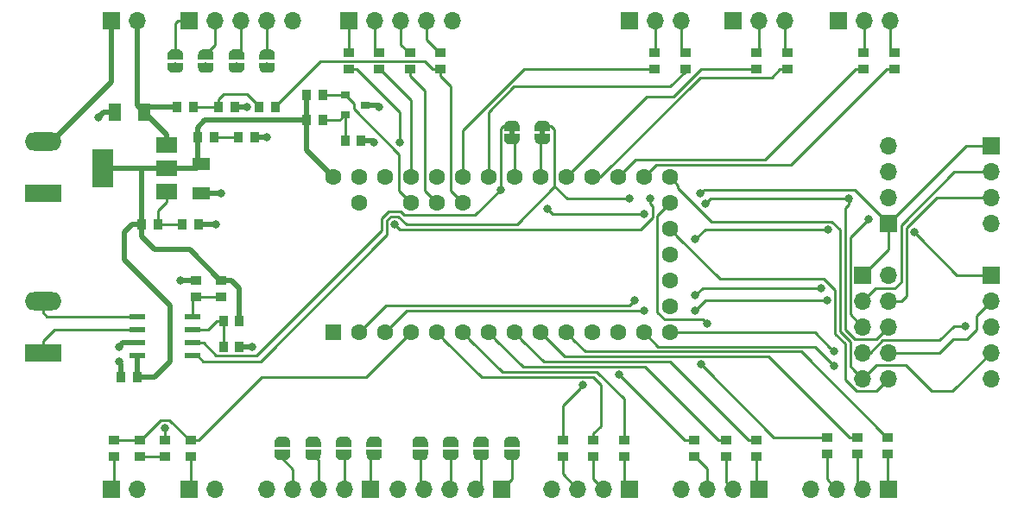
<source format=gtl>
G04 #@! TF.GenerationSoftware,KiCad,Pcbnew,5.0.0-rc2-unknown-2cb65f9~65~ubuntu17.10.1*
G04 #@! TF.CreationDate,2018-06-03T22:22:17-07:00*
G04 #@! TF.ProjectId,mcu_controller,6D63755F636F6E74726F6C6C65722E6B,rev?*
G04 #@! TF.SameCoordinates,Original*
G04 #@! TF.FileFunction,Copper,L1,Top,Signal*
G04 #@! TF.FilePolarity,Positive*
%FSLAX46Y46*%
G04 Gerber Fmt 4.6, Leading zero omitted, Abs format (unit mm)*
G04 Created by KiCad (PCBNEW 5.0.0-rc2-unknown-2cb65f9~65~ubuntu17.10.1) date Sun Jun  3 22:22:17 2018*
%MOMM*%
%LPD*%
G01*
G04 APERTURE LIST*
G04 #@! TA.AperFunction,ComponentPad*
%ADD10R,1.700000X1.700000*%
G04 #@! TD*
G04 #@! TA.AperFunction,ComponentPad*
%ADD11O,1.700000X1.700000*%
G04 #@! TD*
G04 #@! TA.AperFunction,SMDPad,CuDef*
%ADD12R,1.000000X0.820000*%
G04 #@! TD*
G04 #@! TA.AperFunction,SMDPad,CuDef*
%ADD13R,0.900000X0.800000*%
G04 #@! TD*
G04 #@! TA.AperFunction,SMDPad,CuDef*
%ADD14R,2.000000X3.800000*%
G04 #@! TD*
G04 #@! TA.AperFunction,SMDPad,CuDef*
%ADD15R,2.000000X1.500000*%
G04 #@! TD*
G04 #@! TA.AperFunction,SMDPad,CuDef*
%ADD16R,1.500000X0.500000*%
G04 #@! TD*
G04 #@! TA.AperFunction,Conductor*
%ADD17C,0.100000*%
G04 #@! TD*
G04 #@! TA.AperFunction,SMDPad,CuDef*
%ADD18C,1.000000*%
G04 #@! TD*
G04 #@! TA.AperFunction,SMDPad,CuDef*
%ADD19R,0.820000X1.000000*%
G04 #@! TD*
G04 #@! TA.AperFunction,SMDPad,CuDef*
%ADD20R,1.220000X1.800000*%
G04 #@! TD*
G04 #@! TA.AperFunction,SMDPad,CuDef*
%ADD21R,1.800000X1.220000*%
G04 #@! TD*
G04 #@! TA.AperFunction,ComponentPad*
%ADD22R,3.600000X1.800000*%
G04 #@! TD*
G04 #@! TA.AperFunction,ComponentPad*
%ADD23O,3.600000X1.800000*%
G04 #@! TD*
G04 #@! TA.AperFunction,SMDPad,CuDef*
%ADD24R,0.600000X0.500000*%
G04 #@! TD*
G04 #@! TA.AperFunction,SMDPad,CuDef*
%ADD25R,1.550000X0.600000*%
G04 #@! TD*
G04 #@! TA.AperFunction,ComponentPad*
%ADD26R,1.600000X1.600000*%
G04 #@! TD*
G04 #@! TA.AperFunction,ComponentPad*
%ADD27C,1.600000*%
G04 #@! TD*
G04 #@! TA.AperFunction,ViaPad*
%ADD28C,0.800000*%
G04 #@! TD*
G04 #@! TA.AperFunction,Conductor*
%ADD29C,0.500000*%
G04 #@! TD*
G04 #@! TA.AperFunction,Conductor*
%ADD30C,0.250000*%
G04 #@! TD*
G04 APERTURE END LIST*
D10*
G04 #@! TO.P,J20,1*
G04 #@! TO.N,/3V3*
X185420000Y-127000000D03*
D11*
G04 #@! TO.P,J20,2*
G04 #@! TO.N,GND*
X187960000Y-127000000D03*
G04 #@! TO.P,J20,3*
G04 #@! TO.N,/TX*
X185420000Y-129540000D03*
G04 #@! TO.P,J20,4*
G04 #@! TO.N,/RX*
X187960000Y-129540000D03*
G04 #@! TO.P,J20,5*
G04 #@! TO.N,/I2C_SCL*
X185420000Y-132080000D03*
G04 #@! TO.P,J20,6*
G04 #@! TO.N,/I2C_SDA*
X187960000Y-132080000D03*
G04 #@! TO.P,J20,7*
G04 #@! TO.N,/MISO*
X185420000Y-134620000D03*
G04 #@! TO.P,J20,8*
G04 #@! TO.N,/MOSI*
X187960000Y-134620000D03*
G04 #@! TO.P,J20,9*
G04 #@! TO.N,/SCK*
X185420000Y-137160000D03*
G04 #@! TO.P,J20,10*
G04 #@! TO.N,/RESET*
X187960000Y-137160000D03*
G04 #@! TD*
D12*
G04 #@! TO.P,R47,1*
G04 #@! TO.N,/mcu3_set*
X156000000Y-144800000D03*
G04 #@! TO.P,R47,2*
G04 #@! TO.N,Net-(R47-Pad2)*
X156000000Y-143200000D03*
G04 #@! TD*
G04 #@! TO.P,R46,2*
G04 #@! TO.N,Net-(R46-Pad2)*
X168900000Y-143200000D03*
G04 #@! TO.P,R46,1*
G04 #@! TO.N,/mcu2_set*
X168900000Y-144800000D03*
G04 #@! TD*
G04 #@! TO.P,R45,1*
G04 #@! TO.N,/mcu1_set*
X181900000Y-144500000D03*
G04 #@! TO.P,R45,2*
G04 #@! TO.N,Net-(R45-Pad2)*
X181900000Y-142900000D03*
G04 #@! TD*
D13*
G04 #@! TO.P,D2,1*
G04 #@! TO.N,Net-(D2-Pad1)*
X134634394Y-109346305D03*
G04 #@! TO.P,D2,2*
G04 #@! TO.N,Net-(D2-Pad2)*
X134634394Y-111246305D03*
G04 #@! TO.P,D2,3*
G04 #@! TO.N,GND*
X136634394Y-110296305D03*
G04 #@! TD*
D14*
G04 #@! TO.P,U2,2*
G04 #@! TO.N,+5V*
X110850000Y-116500000D03*
D15*
X117150000Y-116500000D03*
G04 #@! TO.P,U2,3*
G04 #@! TO.N,/BATT_SW*
X117150000Y-114200000D03*
G04 #@! TO.P,U2,1*
G04 #@! TO.N,Net-(R13-Pad2)*
X117150000Y-118800000D03*
G04 #@! TD*
D16*
G04 #@! TO.P,R29,2*
G04 #@! TO.N,Net-(R29-Pad2)*
X148000000Y-143600000D03*
G04 #@! TO.P,R29,1*
G04 #@! TO.N,/out1_ch2_en*
X148000000Y-144400000D03*
D17*
G04 #@! TD*
G04 #@! TO.N,/out1_ch2_en*
G04 #@! TO.C,R29*
G36*
X148299009Y-144152407D02*
X148347545Y-144159606D01*
X148395142Y-144171529D01*
X148441342Y-144188059D01*
X148485698Y-144209038D01*
X148527785Y-144234264D01*
X148567197Y-144263494D01*
X148603553Y-144296446D01*
X148636505Y-144332802D01*
X148665735Y-144372214D01*
X148690961Y-144414301D01*
X148711940Y-144458657D01*
X148728470Y-144504857D01*
X148740393Y-144552454D01*
X148747592Y-144600990D01*
X148750000Y-144649999D01*
X148750000Y-144650001D01*
X148747592Y-144699010D01*
X148740393Y-144747546D01*
X148728470Y-144795143D01*
X148711940Y-144841343D01*
X148690961Y-144885699D01*
X148665735Y-144927786D01*
X148636505Y-144967198D01*
X148603553Y-145003554D01*
X148567197Y-145036506D01*
X148527785Y-145065736D01*
X148485698Y-145090962D01*
X148441342Y-145111941D01*
X148395142Y-145128471D01*
X148347545Y-145140394D01*
X148299009Y-145147593D01*
X148250000Y-145150001D01*
X147750000Y-145150001D01*
X147700991Y-145147593D01*
X147652455Y-145140394D01*
X147604858Y-145128471D01*
X147558658Y-145111941D01*
X147514302Y-145090962D01*
X147472215Y-145065736D01*
X147432803Y-145036506D01*
X147396447Y-145003554D01*
X147363495Y-144967198D01*
X147334265Y-144927786D01*
X147309039Y-144885699D01*
X147288060Y-144841343D01*
X147271530Y-144795143D01*
X147259607Y-144747546D01*
X147252408Y-144699010D01*
X147250000Y-144650001D01*
X147250000Y-144649999D01*
X147252408Y-144600990D01*
X147259607Y-144552454D01*
X147271530Y-144504857D01*
X147288060Y-144458657D01*
X147309039Y-144414301D01*
X147334265Y-144372214D01*
X147363495Y-144332802D01*
X147396447Y-144296446D01*
X147432803Y-144263494D01*
X147472215Y-144234264D01*
X147514302Y-144209038D01*
X147558658Y-144188059D01*
X147604858Y-144171529D01*
X147652455Y-144159606D01*
X147700991Y-144152407D01*
X147750000Y-144149999D01*
X148250000Y-144149999D01*
X148299009Y-144152407D01*
X148299009Y-144152407D01*
G37*
D18*
G04 #@! TO.P,R29,1*
G04 #@! TO.N,/out1_ch2_en*
X148000000Y-144650000D03*
D17*
G04 #@! TD*
G04 #@! TO.N,Net-(R29-Pad2)*
G04 #@! TO.C,R29*
G36*
X148299009Y-142852407D02*
X148347545Y-142859606D01*
X148395142Y-142871529D01*
X148441342Y-142888059D01*
X148485698Y-142909038D01*
X148527785Y-142934264D01*
X148567197Y-142963494D01*
X148603553Y-142996446D01*
X148636505Y-143032802D01*
X148665735Y-143072214D01*
X148690961Y-143114301D01*
X148711940Y-143158657D01*
X148728470Y-143204857D01*
X148740393Y-143252454D01*
X148747592Y-143300990D01*
X148750000Y-143349999D01*
X148750000Y-143350001D01*
X148747592Y-143399010D01*
X148740393Y-143447546D01*
X148728470Y-143495143D01*
X148711940Y-143541343D01*
X148690961Y-143585699D01*
X148665735Y-143627786D01*
X148636505Y-143667198D01*
X148603553Y-143703554D01*
X148567197Y-143736506D01*
X148527785Y-143765736D01*
X148485698Y-143790962D01*
X148441342Y-143811941D01*
X148395142Y-143828471D01*
X148347545Y-143840394D01*
X148299009Y-143847593D01*
X148250000Y-143850001D01*
X147750000Y-143850001D01*
X147700991Y-143847593D01*
X147652455Y-143840394D01*
X147604858Y-143828471D01*
X147558658Y-143811941D01*
X147514302Y-143790962D01*
X147472215Y-143765736D01*
X147432803Y-143736506D01*
X147396447Y-143703554D01*
X147363495Y-143667198D01*
X147334265Y-143627786D01*
X147309039Y-143585699D01*
X147288060Y-143541343D01*
X147271530Y-143495143D01*
X147259607Y-143447546D01*
X147252408Y-143399010D01*
X147250000Y-143350001D01*
X147250000Y-143349999D01*
X147252408Y-143300990D01*
X147259607Y-143252454D01*
X147271530Y-143204857D01*
X147288060Y-143158657D01*
X147309039Y-143114301D01*
X147334265Y-143072214D01*
X147363495Y-143032802D01*
X147396447Y-142996446D01*
X147432803Y-142963494D01*
X147472215Y-142934264D01*
X147514302Y-142909038D01*
X147558658Y-142888059D01*
X147604858Y-142871529D01*
X147652455Y-142859606D01*
X147700991Y-142852407D01*
X147750000Y-142849999D01*
X148250000Y-142849999D01*
X148299009Y-142852407D01*
X148299009Y-142852407D01*
G37*
D18*
G04 #@! TO.P,R29,2*
G04 #@! TO.N,Net-(R29-Pad2)*
X148000000Y-143350000D03*
G04 #@! TD*
D17*
G04 #@! TO.N,Net-(R28-Pad2)*
G04 #@! TO.C,R28*
G36*
X151299009Y-142852407D02*
X151347545Y-142859606D01*
X151395142Y-142871529D01*
X151441342Y-142888059D01*
X151485698Y-142909038D01*
X151527785Y-142934264D01*
X151567197Y-142963494D01*
X151603553Y-142996446D01*
X151636505Y-143032802D01*
X151665735Y-143072214D01*
X151690961Y-143114301D01*
X151711940Y-143158657D01*
X151728470Y-143204857D01*
X151740393Y-143252454D01*
X151747592Y-143300990D01*
X151750000Y-143349999D01*
X151750000Y-143350001D01*
X151747592Y-143399010D01*
X151740393Y-143447546D01*
X151728470Y-143495143D01*
X151711940Y-143541343D01*
X151690961Y-143585699D01*
X151665735Y-143627786D01*
X151636505Y-143667198D01*
X151603553Y-143703554D01*
X151567197Y-143736506D01*
X151527785Y-143765736D01*
X151485698Y-143790962D01*
X151441342Y-143811941D01*
X151395142Y-143828471D01*
X151347545Y-143840394D01*
X151299009Y-143847593D01*
X151250000Y-143850001D01*
X150750000Y-143850001D01*
X150700991Y-143847593D01*
X150652455Y-143840394D01*
X150604858Y-143828471D01*
X150558658Y-143811941D01*
X150514302Y-143790962D01*
X150472215Y-143765736D01*
X150432803Y-143736506D01*
X150396447Y-143703554D01*
X150363495Y-143667198D01*
X150334265Y-143627786D01*
X150309039Y-143585699D01*
X150288060Y-143541343D01*
X150271530Y-143495143D01*
X150259607Y-143447546D01*
X150252408Y-143399010D01*
X150250000Y-143350001D01*
X150250000Y-143349999D01*
X150252408Y-143300990D01*
X150259607Y-143252454D01*
X150271530Y-143204857D01*
X150288060Y-143158657D01*
X150309039Y-143114301D01*
X150334265Y-143072214D01*
X150363495Y-143032802D01*
X150396447Y-142996446D01*
X150432803Y-142963494D01*
X150472215Y-142934264D01*
X150514302Y-142909038D01*
X150558658Y-142888059D01*
X150604858Y-142871529D01*
X150652455Y-142859606D01*
X150700991Y-142852407D01*
X150750000Y-142849999D01*
X151250000Y-142849999D01*
X151299009Y-142852407D01*
X151299009Y-142852407D01*
G37*
D18*
G04 #@! TD*
G04 #@! TO.P,R28,2*
G04 #@! TO.N,Net-(R28-Pad2)*
X151000000Y-143350000D03*
D17*
G04 #@! TO.N,/out1_ch1_en*
G04 #@! TO.C,R28*
G36*
X151299009Y-144152407D02*
X151347545Y-144159606D01*
X151395142Y-144171529D01*
X151441342Y-144188059D01*
X151485698Y-144209038D01*
X151527785Y-144234264D01*
X151567197Y-144263494D01*
X151603553Y-144296446D01*
X151636505Y-144332802D01*
X151665735Y-144372214D01*
X151690961Y-144414301D01*
X151711940Y-144458657D01*
X151728470Y-144504857D01*
X151740393Y-144552454D01*
X151747592Y-144600990D01*
X151750000Y-144649999D01*
X151750000Y-144650001D01*
X151747592Y-144699010D01*
X151740393Y-144747546D01*
X151728470Y-144795143D01*
X151711940Y-144841343D01*
X151690961Y-144885699D01*
X151665735Y-144927786D01*
X151636505Y-144967198D01*
X151603553Y-145003554D01*
X151567197Y-145036506D01*
X151527785Y-145065736D01*
X151485698Y-145090962D01*
X151441342Y-145111941D01*
X151395142Y-145128471D01*
X151347545Y-145140394D01*
X151299009Y-145147593D01*
X151250000Y-145150001D01*
X150750000Y-145150001D01*
X150700991Y-145147593D01*
X150652455Y-145140394D01*
X150604858Y-145128471D01*
X150558658Y-145111941D01*
X150514302Y-145090962D01*
X150472215Y-145065736D01*
X150432803Y-145036506D01*
X150396447Y-145003554D01*
X150363495Y-144967198D01*
X150334265Y-144927786D01*
X150309039Y-144885699D01*
X150288060Y-144841343D01*
X150271530Y-144795143D01*
X150259607Y-144747546D01*
X150252408Y-144699010D01*
X150250000Y-144650001D01*
X150250000Y-144649999D01*
X150252408Y-144600990D01*
X150259607Y-144552454D01*
X150271530Y-144504857D01*
X150288060Y-144458657D01*
X150309039Y-144414301D01*
X150334265Y-144372214D01*
X150363495Y-144332802D01*
X150396447Y-144296446D01*
X150432803Y-144263494D01*
X150472215Y-144234264D01*
X150514302Y-144209038D01*
X150558658Y-144188059D01*
X150604858Y-144171529D01*
X150652455Y-144159606D01*
X150700991Y-144152407D01*
X150750000Y-144149999D01*
X151250000Y-144149999D01*
X151299009Y-144152407D01*
X151299009Y-144152407D01*
G37*
D18*
G04 #@! TD*
G04 #@! TO.P,R28,1*
G04 #@! TO.N,/out1_ch1_en*
X151000000Y-144650000D03*
D16*
G04 #@! TO.P,R28,1*
G04 #@! TO.N,/out1_ch1_en*
X151000000Y-144400000D03*
G04 #@! TO.P,R28,2*
G04 #@! TO.N,Net-(R28-Pad2)*
X151000000Y-143600000D03*
G04 #@! TD*
G04 #@! TO.P,R7,2*
G04 #@! TO.N,/out2_ch1_i*
X118000000Y-105600000D03*
G04 #@! TO.P,R7,1*
G04 #@! TO.N,Net-(R7-Pad1)*
X118000000Y-106400000D03*
D17*
G04 #@! TD*
G04 #@! TO.N,Net-(R7-Pad1)*
G04 #@! TO.C,R7*
G36*
X118299009Y-106152407D02*
X118347545Y-106159606D01*
X118395142Y-106171529D01*
X118441342Y-106188059D01*
X118485698Y-106209038D01*
X118527785Y-106234264D01*
X118567197Y-106263494D01*
X118603553Y-106296446D01*
X118636505Y-106332802D01*
X118665735Y-106372214D01*
X118690961Y-106414301D01*
X118711940Y-106458657D01*
X118728470Y-106504857D01*
X118740393Y-106552454D01*
X118747592Y-106600990D01*
X118750000Y-106649999D01*
X118750000Y-106650001D01*
X118747592Y-106699010D01*
X118740393Y-106747546D01*
X118728470Y-106795143D01*
X118711940Y-106841343D01*
X118690961Y-106885699D01*
X118665735Y-106927786D01*
X118636505Y-106967198D01*
X118603553Y-107003554D01*
X118567197Y-107036506D01*
X118527785Y-107065736D01*
X118485698Y-107090962D01*
X118441342Y-107111941D01*
X118395142Y-107128471D01*
X118347545Y-107140394D01*
X118299009Y-107147593D01*
X118250000Y-107150001D01*
X117750000Y-107150001D01*
X117700991Y-107147593D01*
X117652455Y-107140394D01*
X117604858Y-107128471D01*
X117558658Y-107111941D01*
X117514302Y-107090962D01*
X117472215Y-107065736D01*
X117432803Y-107036506D01*
X117396447Y-107003554D01*
X117363495Y-106967198D01*
X117334265Y-106927786D01*
X117309039Y-106885699D01*
X117288060Y-106841343D01*
X117271530Y-106795143D01*
X117259607Y-106747546D01*
X117252408Y-106699010D01*
X117250000Y-106650001D01*
X117250000Y-106649999D01*
X117252408Y-106600990D01*
X117259607Y-106552454D01*
X117271530Y-106504857D01*
X117288060Y-106458657D01*
X117309039Y-106414301D01*
X117334265Y-106372214D01*
X117363495Y-106332802D01*
X117396447Y-106296446D01*
X117432803Y-106263494D01*
X117472215Y-106234264D01*
X117514302Y-106209038D01*
X117558658Y-106188059D01*
X117604858Y-106171529D01*
X117652455Y-106159606D01*
X117700991Y-106152407D01*
X117750000Y-106149999D01*
X118250000Y-106149999D01*
X118299009Y-106152407D01*
X118299009Y-106152407D01*
G37*
D18*
G04 #@! TO.P,R7,1*
G04 #@! TO.N,Net-(R7-Pad1)*
X118000000Y-106650000D03*
D17*
G04 #@! TD*
G04 #@! TO.N,/out2_ch1_i*
G04 #@! TO.C,R7*
G36*
X118299009Y-104852407D02*
X118347545Y-104859606D01*
X118395142Y-104871529D01*
X118441342Y-104888059D01*
X118485698Y-104909038D01*
X118527785Y-104934264D01*
X118567197Y-104963494D01*
X118603553Y-104996446D01*
X118636505Y-105032802D01*
X118665735Y-105072214D01*
X118690961Y-105114301D01*
X118711940Y-105158657D01*
X118728470Y-105204857D01*
X118740393Y-105252454D01*
X118747592Y-105300990D01*
X118750000Y-105349999D01*
X118750000Y-105350001D01*
X118747592Y-105399010D01*
X118740393Y-105447546D01*
X118728470Y-105495143D01*
X118711940Y-105541343D01*
X118690961Y-105585699D01*
X118665735Y-105627786D01*
X118636505Y-105667198D01*
X118603553Y-105703554D01*
X118567197Y-105736506D01*
X118527785Y-105765736D01*
X118485698Y-105790962D01*
X118441342Y-105811941D01*
X118395142Y-105828471D01*
X118347545Y-105840394D01*
X118299009Y-105847593D01*
X118250000Y-105850001D01*
X117750000Y-105850001D01*
X117700991Y-105847593D01*
X117652455Y-105840394D01*
X117604858Y-105828471D01*
X117558658Y-105811941D01*
X117514302Y-105790962D01*
X117472215Y-105765736D01*
X117432803Y-105736506D01*
X117396447Y-105703554D01*
X117363495Y-105667198D01*
X117334265Y-105627786D01*
X117309039Y-105585699D01*
X117288060Y-105541343D01*
X117271530Y-105495143D01*
X117259607Y-105447546D01*
X117252408Y-105399010D01*
X117250000Y-105350001D01*
X117250000Y-105349999D01*
X117252408Y-105300990D01*
X117259607Y-105252454D01*
X117271530Y-105204857D01*
X117288060Y-105158657D01*
X117309039Y-105114301D01*
X117334265Y-105072214D01*
X117363495Y-105032802D01*
X117396447Y-104996446D01*
X117432803Y-104963494D01*
X117472215Y-104934264D01*
X117514302Y-104909038D01*
X117558658Y-104888059D01*
X117604858Y-104871529D01*
X117652455Y-104859606D01*
X117700991Y-104852407D01*
X117750000Y-104849999D01*
X118250000Y-104849999D01*
X118299009Y-104852407D01*
X118299009Y-104852407D01*
G37*
D18*
G04 #@! TO.P,R7,2*
G04 #@! TO.N,/out2_ch1_i*
X118000000Y-105350000D03*
G04 #@! TD*
D17*
G04 #@! TO.N,Net-(R30-Pad2)*
G04 #@! TO.C,R30*
G36*
X145299009Y-142852407D02*
X145347545Y-142859606D01*
X145395142Y-142871529D01*
X145441342Y-142888059D01*
X145485698Y-142909038D01*
X145527785Y-142934264D01*
X145567197Y-142963494D01*
X145603553Y-142996446D01*
X145636505Y-143032802D01*
X145665735Y-143072214D01*
X145690961Y-143114301D01*
X145711940Y-143158657D01*
X145728470Y-143204857D01*
X145740393Y-143252454D01*
X145747592Y-143300990D01*
X145750000Y-143349999D01*
X145750000Y-143350001D01*
X145747592Y-143399010D01*
X145740393Y-143447546D01*
X145728470Y-143495143D01*
X145711940Y-143541343D01*
X145690961Y-143585699D01*
X145665735Y-143627786D01*
X145636505Y-143667198D01*
X145603553Y-143703554D01*
X145567197Y-143736506D01*
X145527785Y-143765736D01*
X145485698Y-143790962D01*
X145441342Y-143811941D01*
X145395142Y-143828471D01*
X145347545Y-143840394D01*
X145299009Y-143847593D01*
X145250000Y-143850001D01*
X144750000Y-143850001D01*
X144700991Y-143847593D01*
X144652455Y-143840394D01*
X144604858Y-143828471D01*
X144558658Y-143811941D01*
X144514302Y-143790962D01*
X144472215Y-143765736D01*
X144432803Y-143736506D01*
X144396447Y-143703554D01*
X144363495Y-143667198D01*
X144334265Y-143627786D01*
X144309039Y-143585699D01*
X144288060Y-143541343D01*
X144271530Y-143495143D01*
X144259607Y-143447546D01*
X144252408Y-143399010D01*
X144250000Y-143350001D01*
X144250000Y-143349999D01*
X144252408Y-143300990D01*
X144259607Y-143252454D01*
X144271530Y-143204857D01*
X144288060Y-143158657D01*
X144309039Y-143114301D01*
X144334265Y-143072214D01*
X144363495Y-143032802D01*
X144396447Y-142996446D01*
X144432803Y-142963494D01*
X144472215Y-142934264D01*
X144514302Y-142909038D01*
X144558658Y-142888059D01*
X144604858Y-142871529D01*
X144652455Y-142859606D01*
X144700991Y-142852407D01*
X144750000Y-142849999D01*
X145250000Y-142849999D01*
X145299009Y-142852407D01*
X145299009Y-142852407D01*
G37*
D18*
G04 #@! TD*
G04 #@! TO.P,R30,2*
G04 #@! TO.N,Net-(R30-Pad2)*
X145000000Y-143350000D03*
D17*
G04 #@! TO.N,/out1_ch3_en*
G04 #@! TO.C,R30*
G36*
X145299009Y-144152407D02*
X145347545Y-144159606D01*
X145395142Y-144171529D01*
X145441342Y-144188059D01*
X145485698Y-144209038D01*
X145527785Y-144234264D01*
X145567197Y-144263494D01*
X145603553Y-144296446D01*
X145636505Y-144332802D01*
X145665735Y-144372214D01*
X145690961Y-144414301D01*
X145711940Y-144458657D01*
X145728470Y-144504857D01*
X145740393Y-144552454D01*
X145747592Y-144600990D01*
X145750000Y-144649999D01*
X145750000Y-144650001D01*
X145747592Y-144699010D01*
X145740393Y-144747546D01*
X145728470Y-144795143D01*
X145711940Y-144841343D01*
X145690961Y-144885699D01*
X145665735Y-144927786D01*
X145636505Y-144967198D01*
X145603553Y-145003554D01*
X145567197Y-145036506D01*
X145527785Y-145065736D01*
X145485698Y-145090962D01*
X145441342Y-145111941D01*
X145395142Y-145128471D01*
X145347545Y-145140394D01*
X145299009Y-145147593D01*
X145250000Y-145150001D01*
X144750000Y-145150001D01*
X144700991Y-145147593D01*
X144652455Y-145140394D01*
X144604858Y-145128471D01*
X144558658Y-145111941D01*
X144514302Y-145090962D01*
X144472215Y-145065736D01*
X144432803Y-145036506D01*
X144396447Y-145003554D01*
X144363495Y-144967198D01*
X144334265Y-144927786D01*
X144309039Y-144885699D01*
X144288060Y-144841343D01*
X144271530Y-144795143D01*
X144259607Y-144747546D01*
X144252408Y-144699010D01*
X144250000Y-144650001D01*
X144250000Y-144649999D01*
X144252408Y-144600990D01*
X144259607Y-144552454D01*
X144271530Y-144504857D01*
X144288060Y-144458657D01*
X144309039Y-144414301D01*
X144334265Y-144372214D01*
X144363495Y-144332802D01*
X144396447Y-144296446D01*
X144432803Y-144263494D01*
X144472215Y-144234264D01*
X144514302Y-144209038D01*
X144558658Y-144188059D01*
X144604858Y-144171529D01*
X144652455Y-144159606D01*
X144700991Y-144152407D01*
X144750000Y-144149999D01*
X145250000Y-144149999D01*
X145299009Y-144152407D01*
X145299009Y-144152407D01*
G37*
D18*
G04 #@! TD*
G04 #@! TO.P,R30,1*
G04 #@! TO.N,/out1_ch3_en*
X145000000Y-144650000D03*
D16*
G04 #@! TO.P,R30,1*
G04 #@! TO.N,/out1_ch3_en*
X145000000Y-144400000D03*
G04 #@! TO.P,R30,2*
G04 #@! TO.N,Net-(R30-Pad2)*
X145000000Y-143600000D03*
G04 #@! TD*
G04 #@! TO.P,R31,2*
G04 #@! TO.N,Net-(R31-Pad2)*
X142000000Y-143600000D03*
G04 #@! TO.P,R31,1*
G04 #@! TO.N,/out1_ch4_en*
X142000000Y-144400000D03*
D17*
G04 #@! TD*
G04 #@! TO.N,/out1_ch4_en*
G04 #@! TO.C,R31*
G36*
X142299009Y-144152407D02*
X142347545Y-144159606D01*
X142395142Y-144171529D01*
X142441342Y-144188059D01*
X142485698Y-144209038D01*
X142527785Y-144234264D01*
X142567197Y-144263494D01*
X142603553Y-144296446D01*
X142636505Y-144332802D01*
X142665735Y-144372214D01*
X142690961Y-144414301D01*
X142711940Y-144458657D01*
X142728470Y-144504857D01*
X142740393Y-144552454D01*
X142747592Y-144600990D01*
X142750000Y-144649999D01*
X142750000Y-144650001D01*
X142747592Y-144699010D01*
X142740393Y-144747546D01*
X142728470Y-144795143D01*
X142711940Y-144841343D01*
X142690961Y-144885699D01*
X142665735Y-144927786D01*
X142636505Y-144967198D01*
X142603553Y-145003554D01*
X142567197Y-145036506D01*
X142527785Y-145065736D01*
X142485698Y-145090962D01*
X142441342Y-145111941D01*
X142395142Y-145128471D01*
X142347545Y-145140394D01*
X142299009Y-145147593D01*
X142250000Y-145150001D01*
X141750000Y-145150001D01*
X141700991Y-145147593D01*
X141652455Y-145140394D01*
X141604858Y-145128471D01*
X141558658Y-145111941D01*
X141514302Y-145090962D01*
X141472215Y-145065736D01*
X141432803Y-145036506D01*
X141396447Y-145003554D01*
X141363495Y-144967198D01*
X141334265Y-144927786D01*
X141309039Y-144885699D01*
X141288060Y-144841343D01*
X141271530Y-144795143D01*
X141259607Y-144747546D01*
X141252408Y-144699010D01*
X141250000Y-144650001D01*
X141250000Y-144649999D01*
X141252408Y-144600990D01*
X141259607Y-144552454D01*
X141271530Y-144504857D01*
X141288060Y-144458657D01*
X141309039Y-144414301D01*
X141334265Y-144372214D01*
X141363495Y-144332802D01*
X141396447Y-144296446D01*
X141432803Y-144263494D01*
X141472215Y-144234264D01*
X141514302Y-144209038D01*
X141558658Y-144188059D01*
X141604858Y-144171529D01*
X141652455Y-144159606D01*
X141700991Y-144152407D01*
X141750000Y-144149999D01*
X142250000Y-144149999D01*
X142299009Y-144152407D01*
X142299009Y-144152407D01*
G37*
D18*
G04 #@! TO.P,R31,1*
G04 #@! TO.N,/out1_ch4_en*
X142000000Y-144650000D03*
D17*
G04 #@! TD*
G04 #@! TO.N,Net-(R31-Pad2)*
G04 #@! TO.C,R31*
G36*
X142299009Y-142852407D02*
X142347545Y-142859606D01*
X142395142Y-142871529D01*
X142441342Y-142888059D01*
X142485698Y-142909038D01*
X142527785Y-142934264D01*
X142567197Y-142963494D01*
X142603553Y-142996446D01*
X142636505Y-143032802D01*
X142665735Y-143072214D01*
X142690961Y-143114301D01*
X142711940Y-143158657D01*
X142728470Y-143204857D01*
X142740393Y-143252454D01*
X142747592Y-143300990D01*
X142750000Y-143349999D01*
X142750000Y-143350001D01*
X142747592Y-143399010D01*
X142740393Y-143447546D01*
X142728470Y-143495143D01*
X142711940Y-143541343D01*
X142690961Y-143585699D01*
X142665735Y-143627786D01*
X142636505Y-143667198D01*
X142603553Y-143703554D01*
X142567197Y-143736506D01*
X142527785Y-143765736D01*
X142485698Y-143790962D01*
X142441342Y-143811941D01*
X142395142Y-143828471D01*
X142347545Y-143840394D01*
X142299009Y-143847593D01*
X142250000Y-143850001D01*
X141750000Y-143850001D01*
X141700991Y-143847593D01*
X141652455Y-143840394D01*
X141604858Y-143828471D01*
X141558658Y-143811941D01*
X141514302Y-143790962D01*
X141472215Y-143765736D01*
X141432803Y-143736506D01*
X141396447Y-143703554D01*
X141363495Y-143667198D01*
X141334265Y-143627786D01*
X141309039Y-143585699D01*
X141288060Y-143541343D01*
X141271530Y-143495143D01*
X141259607Y-143447546D01*
X141252408Y-143399010D01*
X141250000Y-143350001D01*
X141250000Y-143349999D01*
X141252408Y-143300990D01*
X141259607Y-143252454D01*
X141271530Y-143204857D01*
X141288060Y-143158657D01*
X141309039Y-143114301D01*
X141334265Y-143072214D01*
X141363495Y-143032802D01*
X141396447Y-142996446D01*
X141432803Y-142963494D01*
X141472215Y-142934264D01*
X141514302Y-142909038D01*
X141558658Y-142888059D01*
X141604858Y-142871529D01*
X141652455Y-142859606D01*
X141700991Y-142852407D01*
X141750000Y-142849999D01*
X142250000Y-142849999D01*
X142299009Y-142852407D01*
X142299009Y-142852407D01*
G37*
D18*
G04 #@! TO.P,R31,2*
G04 #@! TO.N,Net-(R31-Pad2)*
X142000000Y-143350000D03*
G04 #@! TD*
D17*
G04 #@! TO.N,Net-(R32-Pad2)*
G04 #@! TO.C,R32*
G36*
X137799009Y-142852407D02*
X137847545Y-142859606D01*
X137895142Y-142871529D01*
X137941342Y-142888059D01*
X137985698Y-142909038D01*
X138027785Y-142934264D01*
X138067197Y-142963494D01*
X138103553Y-142996446D01*
X138136505Y-143032802D01*
X138165735Y-143072214D01*
X138190961Y-143114301D01*
X138211940Y-143158657D01*
X138228470Y-143204857D01*
X138240393Y-143252454D01*
X138247592Y-143300990D01*
X138250000Y-143349999D01*
X138250000Y-143350001D01*
X138247592Y-143399010D01*
X138240393Y-143447546D01*
X138228470Y-143495143D01*
X138211940Y-143541343D01*
X138190961Y-143585699D01*
X138165735Y-143627786D01*
X138136505Y-143667198D01*
X138103553Y-143703554D01*
X138067197Y-143736506D01*
X138027785Y-143765736D01*
X137985698Y-143790962D01*
X137941342Y-143811941D01*
X137895142Y-143828471D01*
X137847545Y-143840394D01*
X137799009Y-143847593D01*
X137750000Y-143850001D01*
X137250000Y-143850001D01*
X137200991Y-143847593D01*
X137152455Y-143840394D01*
X137104858Y-143828471D01*
X137058658Y-143811941D01*
X137014302Y-143790962D01*
X136972215Y-143765736D01*
X136932803Y-143736506D01*
X136896447Y-143703554D01*
X136863495Y-143667198D01*
X136834265Y-143627786D01*
X136809039Y-143585699D01*
X136788060Y-143541343D01*
X136771530Y-143495143D01*
X136759607Y-143447546D01*
X136752408Y-143399010D01*
X136750000Y-143350001D01*
X136750000Y-143349999D01*
X136752408Y-143300990D01*
X136759607Y-143252454D01*
X136771530Y-143204857D01*
X136788060Y-143158657D01*
X136809039Y-143114301D01*
X136834265Y-143072214D01*
X136863495Y-143032802D01*
X136896447Y-142996446D01*
X136932803Y-142963494D01*
X136972215Y-142934264D01*
X137014302Y-142909038D01*
X137058658Y-142888059D01*
X137104858Y-142871529D01*
X137152455Y-142859606D01*
X137200991Y-142852407D01*
X137250000Y-142849999D01*
X137750000Y-142849999D01*
X137799009Y-142852407D01*
X137799009Y-142852407D01*
G37*
D18*
G04 #@! TD*
G04 #@! TO.P,R32,2*
G04 #@! TO.N,Net-(R32-Pad2)*
X137500000Y-143350000D03*
D17*
G04 #@! TO.N,/out2_ch1_en*
G04 #@! TO.C,R32*
G36*
X137799009Y-144152407D02*
X137847545Y-144159606D01*
X137895142Y-144171529D01*
X137941342Y-144188059D01*
X137985698Y-144209038D01*
X138027785Y-144234264D01*
X138067197Y-144263494D01*
X138103553Y-144296446D01*
X138136505Y-144332802D01*
X138165735Y-144372214D01*
X138190961Y-144414301D01*
X138211940Y-144458657D01*
X138228470Y-144504857D01*
X138240393Y-144552454D01*
X138247592Y-144600990D01*
X138250000Y-144649999D01*
X138250000Y-144650001D01*
X138247592Y-144699010D01*
X138240393Y-144747546D01*
X138228470Y-144795143D01*
X138211940Y-144841343D01*
X138190961Y-144885699D01*
X138165735Y-144927786D01*
X138136505Y-144967198D01*
X138103553Y-145003554D01*
X138067197Y-145036506D01*
X138027785Y-145065736D01*
X137985698Y-145090962D01*
X137941342Y-145111941D01*
X137895142Y-145128471D01*
X137847545Y-145140394D01*
X137799009Y-145147593D01*
X137750000Y-145150001D01*
X137250000Y-145150001D01*
X137200991Y-145147593D01*
X137152455Y-145140394D01*
X137104858Y-145128471D01*
X137058658Y-145111941D01*
X137014302Y-145090962D01*
X136972215Y-145065736D01*
X136932803Y-145036506D01*
X136896447Y-145003554D01*
X136863495Y-144967198D01*
X136834265Y-144927786D01*
X136809039Y-144885699D01*
X136788060Y-144841343D01*
X136771530Y-144795143D01*
X136759607Y-144747546D01*
X136752408Y-144699010D01*
X136750000Y-144650001D01*
X136750000Y-144649999D01*
X136752408Y-144600990D01*
X136759607Y-144552454D01*
X136771530Y-144504857D01*
X136788060Y-144458657D01*
X136809039Y-144414301D01*
X136834265Y-144372214D01*
X136863495Y-144332802D01*
X136896447Y-144296446D01*
X136932803Y-144263494D01*
X136972215Y-144234264D01*
X137014302Y-144209038D01*
X137058658Y-144188059D01*
X137104858Y-144171529D01*
X137152455Y-144159606D01*
X137200991Y-144152407D01*
X137250000Y-144149999D01*
X137750000Y-144149999D01*
X137799009Y-144152407D01*
X137799009Y-144152407D01*
G37*
D18*
G04 #@! TD*
G04 #@! TO.P,R32,1*
G04 #@! TO.N,/out2_ch1_en*
X137500000Y-144650000D03*
D16*
G04 #@! TO.P,R32,1*
G04 #@! TO.N,/out2_ch1_en*
X137500000Y-144400000D03*
G04 #@! TO.P,R32,2*
G04 #@! TO.N,Net-(R32-Pad2)*
X137500000Y-143600000D03*
G04 #@! TD*
G04 #@! TO.P,R33,2*
G04 #@! TO.N,Net-(R33-Pad2)*
X134500000Y-143600000D03*
G04 #@! TO.P,R33,1*
G04 #@! TO.N,/out2_ch2_en*
X134500000Y-144400000D03*
D17*
G04 #@! TD*
G04 #@! TO.N,/out2_ch2_en*
G04 #@! TO.C,R33*
G36*
X134799009Y-144152407D02*
X134847545Y-144159606D01*
X134895142Y-144171529D01*
X134941342Y-144188059D01*
X134985698Y-144209038D01*
X135027785Y-144234264D01*
X135067197Y-144263494D01*
X135103553Y-144296446D01*
X135136505Y-144332802D01*
X135165735Y-144372214D01*
X135190961Y-144414301D01*
X135211940Y-144458657D01*
X135228470Y-144504857D01*
X135240393Y-144552454D01*
X135247592Y-144600990D01*
X135250000Y-144649999D01*
X135250000Y-144650001D01*
X135247592Y-144699010D01*
X135240393Y-144747546D01*
X135228470Y-144795143D01*
X135211940Y-144841343D01*
X135190961Y-144885699D01*
X135165735Y-144927786D01*
X135136505Y-144967198D01*
X135103553Y-145003554D01*
X135067197Y-145036506D01*
X135027785Y-145065736D01*
X134985698Y-145090962D01*
X134941342Y-145111941D01*
X134895142Y-145128471D01*
X134847545Y-145140394D01*
X134799009Y-145147593D01*
X134750000Y-145150001D01*
X134250000Y-145150001D01*
X134200991Y-145147593D01*
X134152455Y-145140394D01*
X134104858Y-145128471D01*
X134058658Y-145111941D01*
X134014302Y-145090962D01*
X133972215Y-145065736D01*
X133932803Y-145036506D01*
X133896447Y-145003554D01*
X133863495Y-144967198D01*
X133834265Y-144927786D01*
X133809039Y-144885699D01*
X133788060Y-144841343D01*
X133771530Y-144795143D01*
X133759607Y-144747546D01*
X133752408Y-144699010D01*
X133750000Y-144650001D01*
X133750000Y-144649999D01*
X133752408Y-144600990D01*
X133759607Y-144552454D01*
X133771530Y-144504857D01*
X133788060Y-144458657D01*
X133809039Y-144414301D01*
X133834265Y-144372214D01*
X133863495Y-144332802D01*
X133896447Y-144296446D01*
X133932803Y-144263494D01*
X133972215Y-144234264D01*
X134014302Y-144209038D01*
X134058658Y-144188059D01*
X134104858Y-144171529D01*
X134152455Y-144159606D01*
X134200991Y-144152407D01*
X134250000Y-144149999D01*
X134750000Y-144149999D01*
X134799009Y-144152407D01*
X134799009Y-144152407D01*
G37*
D18*
G04 #@! TO.P,R33,1*
G04 #@! TO.N,/out2_ch2_en*
X134500000Y-144650000D03*
D17*
G04 #@! TD*
G04 #@! TO.N,Net-(R33-Pad2)*
G04 #@! TO.C,R33*
G36*
X134799009Y-142852407D02*
X134847545Y-142859606D01*
X134895142Y-142871529D01*
X134941342Y-142888059D01*
X134985698Y-142909038D01*
X135027785Y-142934264D01*
X135067197Y-142963494D01*
X135103553Y-142996446D01*
X135136505Y-143032802D01*
X135165735Y-143072214D01*
X135190961Y-143114301D01*
X135211940Y-143158657D01*
X135228470Y-143204857D01*
X135240393Y-143252454D01*
X135247592Y-143300990D01*
X135250000Y-143349999D01*
X135250000Y-143350001D01*
X135247592Y-143399010D01*
X135240393Y-143447546D01*
X135228470Y-143495143D01*
X135211940Y-143541343D01*
X135190961Y-143585699D01*
X135165735Y-143627786D01*
X135136505Y-143667198D01*
X135103553Y-143703554D01*
X135067197Y-143736506D01*
X135027785Y-143765736D01*
X134985698Y-143790962D01*
X134941342Y-143811941D01*
X134895142Y-143828471D01*
X134847545Y-143840394D01*
X134799009Y-143847593D01*
X134750000Y-143850001D01*
X134250000Y-143850001D01*
X134200991Y-143847593D01*
X134152455Y-143840394D01*
X134104858Y-143828471D01*
X134058658Y-143811941D01*
X134014302Y-143790962D01*
X133972215Y-143765736D01*
X133932803Y-143736506D01*
X133896447Y-143703554D01*
X133863495Y-143667198D01*
X133834265Y-143627786D01*
X133809039Y-143585699D01*
X133788060Y-143541343D01*
X133771530Y-143495143D01*
X133759607Y-143447546D01*
X133752408Y-143399010D01*
X133750000Y-143350001D01*
X133750000Y-143349999D01*
X133752408Y-143300990D01*
X133759607Y-143252454D01*
X133771530Y-143204857D01*
X133788060Y-143158657D01*
X133809039Y-143114301D01*
X133834265Y-143072214D01*
X133863495Y-143032802D01*
X133896447Y-142996446D01*
X133932803Y-142963494D01*
X133972215Y-142934264D01*
X134014302Y-142909038D01*
X134058658Y-142888059D01*
X134104858Y-142871529D01*
X134152455Y-142859606D01*
X134200991Y-142852407D01*
X134250000Y-142849999D01*
X134750000Y-142849999D01*
X134799009Y-142852407D01*
X134799009Y-142852407D01*
G37*
D18*
G04 #@! TO.P,R33,2*
G04 #@! TO.N,Net-(R33-Pad2)*
X134500000Y-143350000D03*
G04 #@! TD*
D17*
G04 #@! TO.N,Net-(R34-Pad2)*
G04 #@! TO.C,R34*
G36*
X131799009Y-142852407D02*
X131847545Y-142859606D01*
X131895142Y-142871529D01*
X131941342Y-142888059D01*
X131985698Y-142909038D01*
X132027785Y-142934264D01*
X132067197Y-142963494D01*
X132103553Y-142996446D01*
X132136505Y-143032802D01*
X132165735Y-143072214D01*
X132190961Y-143114301D01*
X132211940Y-143158657D01*
X132228470Y-143204857D01*
X132240393Y-143252454D01*
X132247592Y-143300990D01*
X132250000Y-143349999D01*
X132250000Y-143350001D01*
X132247592Y-143399010D01*
X132240393Y-143447546D01*
X132228470Y-143495143D01*
X132211940Y-143541343D01*
X132190961Y-143585699D01*
X132165735Y-143627786D01*
X132136505Y-143667198D01*
X132103553Y-143703554D01*
X132067197Y-143736506D01*
X132027785Y-143765736D01*
X131985698Y-143790962D01*
X131941342Y-143811941D01*
X131895142Y-143828471D01*
X131847545Y-143840394D01*
X131799009Y-143847593D01*
X131750000Y-143850001D01*
X131250000Y-143850001D01*
X131200991Y-143847593D01*
X131152455Y-143840394D01*
X131104858Y-143828471D01*
X131058658Y-143811941D01*
X131014302Y-143790962D01*
X130972215Y-143765736D01*
X130932803Y-143736506D01*
X130896447Y-143703554D01*
X130863495Y-143667198D01*
X130834265Y-143627786D01*
X130809039Y-143585699D01*
X130788060Y-143541343D01*
X130771530Y-143495143D01*
X130759607Y-143447546D01*
X130752408Y-143399010D01*
X130750000Y-143350001D01*
X130750000Y-143349999D01*
X130752408Y-143300990D01*
X130759607Y-143252454D01*
X130771530Y-143204857D01*
X130788060Y-143158657D01*
X130809039Y-143114301D01*
X130834265Y-143072214D01*
X130863495Y-143032802D01*
X130896447Y-142996446D01*
X130932803Y-142963494D01*
X130972215Y-142934264D01*
X131014302Y-142909038D01*
X131058658Y-142888059D01*
X131104858Y-142871529D01*
X131152455Y-142859606D01*
X131200991Y-142852407D01*
X131250000Y-142849999D01*
X131750000Y-142849999D01*
X131799009Y-142852407D01*
X131799009Y-142852407D01*
G37*
D18*
G04 #@! TD*
G04 #@! TO.P,R34,2*
G04 #@! TO.N,Net-(R34-Pad2)*
X131500000Y-143350000D03*
D17*
G04 #@! TO.N,/out2_ch3_en*
G04 #@! TO.C,R34*
G36*
X131799009Y-144152407D02*
X131847545Y-144159606D01*
X131895142Y-144171529D01*
X131941342Y-144188059D01*
X131985698Y-144209038D01*
X132027785Y-144234264D01*
X132067197Y-144263494D01*
X132103553Y-144296446D01*
X132136505Y-144332802D01*
X132165735Y-144372214D01*
X132190961Y-144414301D01*
X132211940Y-144458657D01*
X132228470Y-144504857D01*
X132240393Y-144552454D01*
X132247592Y-144600990D01*
X132250000Y-144649999D01*
X132250000Y-144650001D01*
X132247592Y-144699010D01*
X132240393Y-144747546D01*
X132228470Y-144795143D01*
X132211940Y-144841343D01*
X132190961Y-144885699D01*
X132165735Y-144927786D01*
X132136505Y-144967198D01*
X132103553Y-145003554D01*
X132067197Y-145036506D01*
X132027785Y-145065736D01*
X131985698Y-145090962D01*
X131941342Y-145111941D01*
X131895142Y-145128471D01*
X131847545Y-145140394D01*
X131799009Y-145147593D01*
X131750000Y-145150001D01*
X131250000Y-145150001D01*
X131200991Y-145147593D01*
X131152455Y-145140394D01*
X131104858Y-145128471D01*
X131058658Y-145111941D01*
X131014302Y-145090962D01*
X130972215Y-145065736D01*
X130932803Y-145036506D01*
X130896447Y-145003554D01*
X130863495Y-144967198D01*
X130834265Y-144927786D01*
X130809039Y-144885699D01*
X130788060Y-144841343D01*
X130771530Y-144795143D01*
X130759607Y-144747546D01*
X130752408Y-144699010D01*
X130750000Y-144650001D01*
X130750000Y-144649999D01*
X130752408Y-144600990D01*
X130759607Y-144552454D01*
X130771530Y-144504857D01*
X130788060Y-144458657D01*
X130809039Y-144414301D01*
X130834265Y-144372214D01*
X130863495Y-144332802D01*
X130896447Y-144296446D01*
X130932803Y-144263494D01*
X130972215Y-144234264D01*
X131014302Y-144209038D01*
X131058658Y-144188059D01*
X131104858Y-144171529D01*
X131152455Y-144159606D01*
X131200991Y-144152407D01*
X131250000Y-144149999D01*
X131750000Y-144149999D01*
X131799009Y-144152407D01*
X131799009Y-144152407D01*
G37*
D18*
G04 #@! TD*
G04 #@! TO.P,R34,1*
G04 #@! TO.N,/out2_ch3_en*
X131500000Y-144650000D03*
D16*
G04 #@! TO.P,R34,1*
G04 #@! TO.N,/out2_ch3_en*
X131500000Y-144400000D03*
G04 #@! TO.P,R34,2*
G04 #@! TO.N,Net-(R34-Pad2)*
X131500000Y-143600000D03*
G04 #@! TD*
G04 #@! TO.P,R18,2*
G04 #@! TO.N,/out2_ch4_i*
X127000000Y-105600000D03*
G04 #@! TO.P,R18,1*
G04 #@! TO.N,Net-(R18-Pad1)*
X127000000Y-106400000D03*
D17*
G04 #@! TD*
G04 #@! TO.N,Net-(R18-Pad1)*
G04 #@! TO.C,R18*
G36*
X127299009Y-106152407D02*
X127347545Y-106159606D01*
X127395142Y-106171529D01*
X127441342Y-106188059D01*
X127485698Y-106209038D01*
X127527785Y-106234264D01*
X127567197Y-106263494D01*
X127603553Y-106296446D01*
X127636505Y-106332802D01*
X127665735Y-106372214D01*
X127690961Y-106414301D01*
X127711940Y-106458657D01*
X127728470Y-106504857D01*
X127740393Y-106552454D01*
X127747592Y-106600990D01*
X127750000Y-106649999D01*
X127750000Y-106650001D01*
X127747592Y-106699010D01*
X127740393Y-106747546D01*
X127728470Y-106795143D01*
X127711940Y-106841343D01*
X127690961Y-106885699D01*
X127665735Y-106927786D01*
X127636505Y-106967198D01*
X127603553Y-107003554D01*
X127567197Y-107036506D01*
X127527785Y-107065736D01*
X127485698Y-107090962D01*
X127441342Y-107111941D01*
X127395142Y-107128471D01*
X127347545Y-107140394D01*
X127299009Y-107147593D01*
X127250000Y-107150001D01*
X126750000Y-107150001D01*
X126700991Y-107147593D01*
X126652455Y-107140394D01*
X126604858Y-107128471D01*
X126558658Y-107111941D01*
X126514302Y-107090962D01*
X126472215Y-107065736D01*
X126432803Y-107036506D01*
X126396447Y-107003554D01*
X126363495Y-106967198D01*
X126334265Y-106927786D01*
X126309039Y-106885699D01*
X126288060Y-106841343D01*
X126271530Y-106795143D01*
X126259607Y-106747546D01*
X126252408Y-106699010D01*
X126250000Y-106650001D01*
X126250000Y-106649999D01*
X126252408Y-106600990D01*
X126259607Y-106552454D01*
X126271530Y-106504857D01*
X126288060Y-106458657D01*
X126309039Y-106414301D01*
X126334265Y-106372214D01*
X126363495Y-106332802D01*
X126396447Y-106296446D01*
X126432803Y-106263494D01*
X126472215Y-106234264D01*
X126514302Y-106209038D01*
X126558658Y-106188059D01*
X126604858Y-106171529D01*
X126652455Y-106159606D01*
X126700991Y-106152407D01*
X126750000Y-106149999D01*
X127250000Y-106149999D01*
X127299009Y-106152407D01*
X127299009Y-106152407D01*
G37*
D18*
G04 #@! TO.P,R18,1*
G04 #@! TO.N,Net-(R18-Pad1)*
X127000000Y-106650000D03*
D17*
G04 #@! TD*
G04 #@! TO.N,/out2_ch4_i*
G04 #@! TO.C,R18*
G36*
X127299009Y-104852407D02*
X127347545Y-104859606D01*
X127395142Y-104871529D01*
X127441342Y-104888059D01*
X127485698Y-104909038D01*
X127527785Y-104934264D01*
X127567197Y-104963494D01*
X127603553Y-104996446D01*
X127636505Y-105032802D01*
X127665735Y-105072214D01*
X127690961Y-105114301D01*
X127711940Y-105158657D01*
X127728470Y-105204857D01*
X127740393Y-105252454D01*
X127747592Y-105300990D01*
X127750000Y-105349999D01*
X127750000Y-105350001D01*
X127747592Y-105399010D01*
X127740393Y-105447546D01*
X127728470Y-105495143D01*
X127711940Y-105541343D01*
X127690961Y-105585699D01*
X127665735Y-105627786D01*
X127636505Y-105667198D01*
X127603553Y-105703554D01*
X127567197Y-105736506D01*
X127527785Y-105765736D01*
X127485698Y-105790962D01*
X127441342Y-105811941D01*
X127395142Y-105828471D01*
X127347545Y-105840394D01*
X127299009Y-105847593D01*
X127250000Y-105850001D01*
X126750000Y-105850001D01*
X126700991Y-105847593D01*
X126652455Y-105840394D01*
X126604858Y-105828471D01*
X126558658Y-105811941D01*
X126514302Y-105790962D01*
X126472215Y-105765736D01*
X126432803Y-105736506D01*
X126396447Y-105703554D01*
X126363495Y-105667198D01*
X126334265Y-105627786D01*
X126309039Y-105585699D01*
X126288060Y-105541343D01*
X126271530Y-105495143D01*
X126259607Y-105447546D01*
X126252408Y-105399010D01*
X126250000Y-105350001D01*
X126250000Y-105349999D01*
X126252408Y-105300990D01*
X126259607Y-105252454D01*
X126271530Y-105204857D01*
X126288060Y-105158657D01*
X126309039Y-105114301D01*
X126334265Y-105072214D01*
X126363495Y-105032802D01*
X126396447Y-104996446D01*
X126432803Y-104963494D01*
X126472215Y-104934264D01*
X126514302Y-104909038D01*
X126558658Y-104888059D01*
X126604858Y-104871529D01*
X126652455Y-104859606D01*
X126700991Y-104852407D01*
X126750000Y-104849999D01*
X127250000Y-104849999D01*
X127299009Y-104852407D01*
X127299009Y-104852407D01*
G37*
D18*
G04 #@! TO.P,R18,2*
G04 #@! TO.N,/out2_ch4_i*
X127000000Y-105350000D03*
G04 #@! TD*
D17*
G04 #@! TO.N,/out2_ch2_i*
G04 #@! TO.C,R9*
G36*
X121299009Y-104852407D02*
X121347545Y-104859606D01*
X121395142Y-104871529D01*
X121441342Y-104888059D01*
X121485698Y-104909038D01*
X121527785Y-104934264D01*
X121567197Y-104963494D01*
X121603553Y-104996446D01*
X121636505Y-105032802D01*
X121665735Y-105072214D01*
X121690961Y-105114301D01*
X121711940Y-105158657D01*
X121728470Y-105204857D01*
X121740393Y-105252454D01*
X121747592Y-105300990D01*
X121750000Y-105349999D01*
X121750000Y-105350001D01*
X121747592Y-105399010D01*
X121740393Y-105447546D01*
X121728470Y-105495143D01*
X121711940Y-105541343D01*
X121690961Y-105585699D01*
X121665735Y-105627786D01*
X121636505Y-105667198D01*
X121603553Y-105703554D01*
X121567197Y-105736506D01*
X121527785Y-105765736D01*
X121485698Y-105790962D01*
X121441342Y-105811941D01*
X121395142Y-105828471D01*
X121347545Y-105840394D01*
X121299009Y-105847593D01*
X121250000Y-105850001D01*
X120750000Y-105850001D01*
X120700991Y-105847593D01*
X120652455Y-105840394D01*
X120604858Y-105828471D01*
X120558658Y-105811941D01*
X120514302Y-105790962D01*
X120472215Y-105765736D01*
X120432803Y-105736506D01*
X120396447Y-105703554D01*
X120363495Y-105667198D01*
X120334265Y-105627786D01*
X120309039Y-105585699D01*
X120288060Y-105541343D01*
X120271530Y-105495143D01*
X120259607Y-105447546D01*
X120252408Y-105399010D01*
X120250000Y-105350001D01*
X120250000Y-105349999D01*
X120252408Y-105300990D01*
X120259607Y-105252454D01*
X120271530Y-105204857D01*
X120288060Y-105158657D01*
X120309039Y-105114301D01*
X120334265Y-105072214D01*
X120363495Y-105032802D01*
X120396447Y-104996446D01*
X120432803Y-104963494D01*
X120472215Y-104934264D01*
X120514302Y-104909038D01*
X120558658Y-104888059D01*
X120604858Y-104871529D01*
X120652455Y-104859606D01*
X120700991Y-104852407D01*
X120750000Y-104849999D01*
X121250000Y-104849999D01*
X121299009Y-104852407D01*
X121299009Y-104852407D01*
G37*
D18*
G04 #@! TD*
G04 #@! TO.P,R9,2*
G04 #@! TO.N,/out2_ch2_i*
X121000000Y-105350000D03*
D17*
G04 #@! TO.N,Net-(R9-Pad1)*
G04 #@! TO.C,R9*
G36*
X121299009Y-106152407D02*
X121347545Y-106159606D01*
X121395142Y-106171529D01*
X121441342Y-106188059D01*
X121485698Y-106209038D01*
X121527785Y-106234264D01*
X121567197Y-106263494D01*
X121603553Y-106296446D01*
X121636505Y-106332802D01*
X121665735Y-106372214D01*
X121690961Y-106414301D01*
X121711940Y-106458657D01*
X121728470Y-106504857D01*
X121740393Y-106552454D01*
X121747592Y-106600990D01*
X121750000Y-106649999D01*
X121750000Y-106650001D01*
X121747592Y-106699010D01*
X121740393Y-106747546D01*
X121728470Y-106795143D01*
X121711940Y-106841343D01*
X121690961Y-106885699D01*
X121665735Y-106927786D01*
X121636505Y-106967198D01*
X121603553Y-107003554D01*
X121567197Y-107036506D01*
X121527785Y-107065736D01*
X121485698Y-107090962D01*
X121441342Y-107111941D01*
X121395142Y-107128471D01*
X121347545Y-107140394D01*
X121299009Y-107147593D01*
X121250000Y-107150001D01*
X120750000Y-107150001D01*
X120700991Y-107147593D01*
X120652455Y-107140394D01*
X120604858Y-107128471D01*
X120558658Y-107111941D01*
X120514302Y-107090962D01*
X120472215Y-107065736D01*
X120432803Y-107036506D01*
X120396447Y-107003554D01*
X120363495Y-106967198D01*
X120334265Y-106927786D01*
X120309039Y-106885699D01*
X120288060Y-106841343D01*
X120271530Y-106795143D01*
X120259607Y-106747546D01*
X120252408Y-106699010D01*
X120250000Y-106650001D01*
X120250000Y-106649999D01*
X120252408Y-106600990D01*
X120259607Y-106552454D01*
X120271530Y-106504857D01*
X120288060Y-106458657D01*
X120309039Y-106414301D01*
X120334265Y-106372214D01*
X120363495Y-106332802D01*
X120396447Y-106296446D01*
X120432803Y-106263494D01*
X120472215Y-106234264D01*
X120514302Y-106209038D01*
X120558658Y-106188059D01*
X120604858Y-106171529D01*
X120652455Y-106159606D01*
X120700991Y-106152407D01*
X120750000Y-106149999D01*
X121250000Y-106149999D01*
X121299009Y-106152407D01*
X121299009Y-106152407D01*
G37*
D18*
G04 #@! TD*
G04 #@! TO.P,R9,1*
G04 #@! TO.N,Net-(R9-Pad1)*
X121000000Y-106650000D03*
D16*
G04 #@! TO.P,R9,1*
G04 #@! TO.N,Net-(R9-Pad1)*
X121000000Y-106400000D03*
G04 #@! TO.P,R9,2*
G04 #@! TO.N,/out2_ch2_i*
X121000000Y-105600000D03*
G04 #@! TD*
G04 #@! TO.P,R15,2*
G04 #@! TO.N,/out2_ch3_i*
X124000000Y-105600000D03*
G04 #@! TO.P,R15,1*
G04 #@! TO.N,Net-(R15-Pad1)*
X124000000Y-106400000D03*
D17*
G04 #@! TD*
G04 #@! TO.N,Net-(R15-Pad1)*
G04 #@! TO.C,R15*
G36*
X124299009Y-106152407D02*
X124347545Y-106159606D01*
X124395142Y-106171529D01*
X124441342Y-106188059D01*
X124485698Y-106209038D01*
X124527785Y-106234264D01*
X124567197Y-106263494D01*
X124603553Y-106296446D01*
X124636505Y-106332802D01*
X124665735Y-106372214D01*
X124690961Y-106414301D01*
X124711940Y-106458657D01*
X124728470Y-106504857D01*
X124740393Y-106552454D01*
X124747592Y-106600990D01*
X124750000Y-106649999D01*
X124750000Y-106650001D01*
X124747592Y-106699010D01*
X124740393Y-106747546D01*
X124728470Y-106795143D01*
X124711940Y-106841343D01*
X124690961Y-106885699D01*
X124665735Y-106927786D01*
X124636505Y-106967198D01*
X124603553Y-107003554D01*
X124567197Y-107036506D01*
X124527785Y-107065736D01*
X124485698Y-107090962D01*
X124441342Y-107111941D01*
X124395142Y-107128471D01*
X124347545Y-107140394D01*
X124299009Y-107147593D01*
X124250000Y-107150001D01*
X123750000Y-107150001D01*
X123700991Y-107147593D01*
X123652455Y-107140394D01*
X123604858Y-107128471D01*
X123558658Y-107111941D01*
X123514302Y-107090962D01*
X123472215Y-107065736D01*
X123432803Y-107036506D01*
X123396447Y-107003554D01*
X123363495Y-106967198D01*
X123334265Y-106927786D01*
X123309039Y-106885699D01*
X123288060Y-106841343D01*
X123271530Y-106795143D01*
X123259607Y-106747546D01*
X123252408Y-106699010D01*
X123250000Y-106650001D01*
X123250000Y-106649999D01*
X123252408Y-106600990D01*
X123259607Y-106552454D01*
X123271530Y-106504857D01*
X123288060Y-106458657D01*
X123309039Y-106414301D01*
X123334265Y-106372214D01*
X123363495Y-106332802D01*
X123396447Y-106296446D01*
X123432803Y-106263494D01*
X123472215Y-106234264D01*
X123514302Y-106209038D01*
X123558658Y-106188059D01*
X123604858Y-106171529D01*
X123652455Y-106159606D01*
X123700991Y-106152407D01*
X123750000Y-106149999D01*
X124250000Y-106149999D01*
X124299009Y-106152407D01*
X124299009Y-106152407D01*
G37*
D18*
G04 #@! TO.P,R15,1*
G04 #@! TO.N,Net-(R15-Pad1)*
X124000000Y-106650000D03*
D17*
G04 #@! TD*
G04 #@! TO.N,/out2_ch3_i*
G04 #@! TO.C,R15*
G36*
X124299009Y-104852407D02*
X124347545Y-104859606D01*
X124395142Y-104871529D01*
X124441342Y-104888059D01*
X124485698Y-104909038D01*
X124527785Y-104934264D01*
X124567197Y-104963494D01*
X124603553Y-104996446D01*
X124636505Y-105032802D01*
X124665735Y-105072214D01*
X124690961Y-105114301D01*
X124711940Y-105158657D01*
X124728470Y-105204857D01*
X124740393Y-105252454D01*
X124747592Y-105300990D01*
X124750000Y-105349999D01*
X124750000Y-105350001D01*
X124747592Y-105399010D01*
X124740393Y-105447546D01*
X124728470Y-105495143D01*
X124711940Y-105541343D01*
X124690961Y-105585699D01*
X124665735Y-105627786D01*
X124636505Y-105667198D01*
X124603553Y-105703554D01*
X124567197Y-105736506D01*
X124527785Y-105765736D01*
X124485698Y-105790962D01*
X124441342Y-105811941D01*
X124395142Y-105828471D01*
X124347545Y-105840394D01*
X124299009Y-105847593D01*
X124250000Y-105850001D01*
X123750000Y-105850001D01*
X123700991Y-105847593D01*
X123652455Y-105840394D01*
X123604858Y-105828471D01*
X123558658Y-105811941D01*
X123514302Y-105790962D01*
X123472215Y-105765736D01*
X123432803Y-105736506D01*
X123396447Y-105703554D01*
X123363495Y-105667198D01*
X123334265Y-105627786D01*
X123309039Y-105585699D01*
X123288060Y-105541343D01*
X123271530Y-105495143D01*
X123259607Y-105447546D01*
X123252408Y-105399010D01*
X123250000Y-105350001D01*
X123250000Y-105349999D01*
X123252408Y-105300990D01*
X123259607Y-105252454D01*
X123271530Y-105204857D01*
X123288060Y-105158657D01*
X123309039Y-105114301D01*
X123334265Y-105072214D01*
X123363495Y-105032802D01*
X123396447Y-104996446D01*
X123432803Y-104963494D01*
X123472215Y-104934264D01*
X123514302Y-104909038D01*
X123558658Y-104888059D01*
X123604858Y-104871529D01*
X123652455Y-104859606D01*
X123700991Y-104852407D01*
X123750000Y-104849999D01*
X124250000Y-104849999D01*
X124299009Y-104852407D01*
X124299009Y-104852407D01*
G37*
D18*
G04 #@! TO.P,R15,2*
G04 #@! TO.N,/out2_ch3_i*
X124000000Y-105350000D03*
G04 #@! TD*
D17*
G04 #@! TO.N,Net-(R35-Pad2)*
G04 #@! TO.C,R35*
G36*
X128799009Y-142852407D02*
X128847545Y-142859606D01*
X128895142Y-142871529D01*
X128941342Y-142888059D01*
X128985698Y-142909038D01*
X129027785Y-142934264D01*
X129067197Y-142963494D01*
X129103553Y-142996446D01*
X129136505Y-143032802D01*
X129165735Y-143072214D01*
X129190961Y-143114301D01*
X129211940Y-143158657D01*
X129228470Y-143204857D01*
X129240393Y-143252454D01*
X129247592Y-143300990D01*
X129250000Y-143349999D01*
X129250000Y-143350001D01*
X129247592Y-143399010D01*
X129240393Y-143447546D01*
X129228470Y-143495143D01*
X129211940Y-143541343D01*
X129190961Y-143585699D01*
X129165735Y-143627786D01*
X129136505Y-143667198D01*
X129103553Y-143703554D01*
X129067197Y-143736506D01*
X129027785Y-143765736D01*
X128985698Y-143790962D01*
X128941342Y-143811941D01*
X128895142Y-143828471D01*
X128847545Y-143840394D01*
X128799009Y-143847593D01*
X128750000Y-143850001D01*
X128250000Y-143850001D01*
X128200991Y-143847593D01*
X128152455Y-143840394D01*
X128104858Y-143828471D01*
X128058658Y-143811941D01*
X128014302Y-143790962D01*
X127972215Y-143765736D01*
X127932803Y-143736506D01*
X127896447Y-143703554D01*
X127863495Y-143667198D01*
X127834265Y-143627786D01*
X127809039Y-143585699D01*
X127788060Y-143541343D01*
X127771530Y-143495143D01*
X127759607Y-143447546D01*
X127752408Y-143399010D01*
X127750000Y-143350001D01*
X127750000Y-143349999D01*
X127752408Y-143300990D01*
X127759607Y-143252454D01*
X127771530Y-143204857D01*
X127788060Y-143158657D01*
X127809039Y-143114301D01*
X127834265Y-143072214D01*
X127863495Y-143032802D01*
X127896447Y-142996446D01*
X127932803Y-142963494D01*
X127972215Y-142934264D01*
X128014302Y-142909038D01*
X128058658Y-142888059D01*
X128104858Y-142871529D01*
X128152455Y-142859606D01*
X128200991Y-142852407D01*
X128250000Y-142849999D01*
X128750000Y-142849999D01*
X128799009Y-142852407D01*
X128799009Y-142852407D01*
G37*
D18*
G04 #@! TD*
G04 #@! TO.P,R35,2*
G04 #@! TO.N,Net-(R35-Pad2)*
X128500000Y-143350000D03*
D17*
G04 #@! TO.N,/out2_ch4_en*
G04 #@! TO.C,R35*
G36*
X128799009Y-144152407D02*
X128847545Y-144159606D01*
X128895142Y-144171529D01*
X128941342Y-144188059D01*
X128985698Y-144209038D01*
X129027785Y-144234264D01*
X129067197Y-144263494D01*
X129103553Y-144296446D01*
X129136505Y-144332802D01*
X129165735Y-144372214D01*
X129190961Y-144414301D01*
X129211940Y-144458657D01*
X129228470Y-144504857D01*
X129240393Y-144552454D01*
X129247592Y-144600990D01*
X129250000Y-144649999D01*
X129250000Y-144650001D01*
X129247592Y-144699010D01*
X129240393Y-144747546D01*
X129228470Y-144795143D01*
X129211940Y-144841343D01*
X129190961Y-144885699D01*
X129165735Y-144927786D01*
X129136505Y-144967198D01*
X129103553Y-145003554D01*
X129067197Y-145036506D01*
X129027785Y-145065736D01*
X128985698Y-145090962D01*
X128941342Y-145111941D01*
X128895142Y-145128471D01*
X128847545Y-145140394D01*
X128799009Y-145147593D01*
X128750000Y-145150001D01*
X128250000Y-145150001D01*
X128200991Y-145147593D01*
X128152455Y-145140394D01*
X128104858Y-145128471D01*
X128058658Y-145111941D01*
X128014302Y-145090962D01*
X127972215Y-145065736D01*
X127932803Y-145036506D01*
X127896447Y-145003554D01*
X127863495Y-144967198D01*
X127834265Y-144927786D01*
X127809039Y-144885699D01*
X127788060Y-144841343D01*
X127771530Y-144795143D01*
X127759607Y-144747546D01*
X127752408Y-144699010D01*
X127750000Y-144650001D01*
X127750000Y-144649999D01*
X127752408Y-144600990D01*
X127759607Y-144552454D01*
X127771530Y-144504857D01*
X127788060Y-144458657D01*
X127809039Y-144414301D01*
X127834265Y-144372214D01*
X127863495Y-144332802D01*
X127896447Y-144296446D01*
X127932803Y-144263494D01*
X127972215Y-144234264D01*
X128014302Y-144209038D01*
X128058658Y-144188059D01*
X128104858Y-144171529D01*
X128152455Y-144159606D01*
X128200991Y-144152407D01*
X128250000Y-144149999D01*
X128750000Y-144149999D01*
X128799009Y-144152407D01*
X128799009Y-144152407D01*
G37*
D18*
G04 #@! TD*
G04 #@! TO.P,R35,1*
G04 #@! TO.N,/out2_ch4_en*
X128500000Y-144650000D03*
D16*
G04 #@! TO.P,R35,1*
G04 #@! TO.N,/out2_ch4_en*
X128500000Y-144400000D03*
G04 #@! TO.P,R35,2*
G04 #@! TO.N,Net-(R35-Pad2)*
X128500000Y-143600000D03*
G04 #@! TD*
D19*
G04 #@! TO.P,C2,2*
G04 #@! TO.N,GND*
X112700000Y-137000000D03*
G04 #@! TO.P,C2,1*
G04 #@! TO.N,+5V*
X114300000Y-137000000D03*
G04 #@! TD*
D20*
G04 #@! TO.P,C1,2*
G04 #@! TO.N,GND*
X112070000Y-111000000D03*
G04 #@! TO.P,C1,1*
G04 #@! TO.N,/BATT_SW*
X114930000Y-111000000D03*
G04 #@! TD*
D21*
G04 #@! TO.P,C3,2*
G04 #@! TO.N,GND*
X120500000Y-118930000D03*
G04 #@! TO.P,C3,1*
G04 #@! TO.N,+5V*
X120500000Y-116070000D03*
G04 #@! TD*
D22*
G04 #@! TO.P,J1,1*
G04 #@! TO.N,GND*
X105000000Y-119000000D03*
D23*
G04 #@! TO.P,J1,2*
G04 #@! TO.N,/BATT_IN*
X105000000Y-113920000D03*
G04 #@! TD*
D22*
G04 #@! TO.P,J2,1*
G04 #@! TO.N,Net-(J2-Pad1)*
X105000000Y-134620000D03*
D23*
G04 #@! TO.P,J2,2*
G04 #@! TO.N,Net-(J2-Pad2)*
X105000000Y-129540000D03*
G04 #@! TD*
D11*
G04 #@! TO.P,SW1,2*
G04 #@! TO.N,/BATT_SW*
X114300000Y-102000000D03*
D10*
G04 #@! TO.P,SW1,1*
G04 #@! TO.N,/BATT_IN*
X111760000Y-102000000D03*
G04 #@! TD*
D11*
G04 #@! TO.P,J16,2*
G04 #@! TO.N,GND*
X121920000Y-148000000D03*
D10*
G04 #@! TO.P,J16,1*
G04 #@! TO.N,/out1_en*
X119380000Y-148000000D03*
G04 #@! TD*
G04 #@! TO.P,J17,1*
G04 #@! TO.N,/out2_en*
X111760000Y-148000000D03*
D11*
G04 #@! TO.P,J17,2*
G04 #@! TO.N,GND*
X114300000Y-148000000D03*
G04 #@! TD*
D10*
G04 #@! TO.P,J4,1*
G04 #@! TO.N,GND*
X172720000Y-102000000D03*
D11*
G04 #@! TO.P,J4,2*
G04 #@! TO.N,/chrg2_i*
X175260000Y-102000000D03*
G04 #@! TO.P,J4,3*
G04 #@! TO.N,/chrg2_v*
X177800000Y-102000000D03*
G04 #@! TD*
G04 #@! TO.P,J5,3*
G04 #@! TO.N,/chrg3_v*
X167640000Y-102000000D03*
G04 #@! TO.P,J5,2*
G04 #@! TO.N,/chrg3_i*
X165100000Y-102000000D03*
D10*
G04 #@! TO.P,J5,1*
G04 #@! TO.N,GND*
X162560000Y-102000000D03*
G04 #@! TD*
G04 #@! TO.P,J3,1*
G04 #@! TO.N,GND*
X183000000Y-102000000D03*
D11*
G04 #@! TO.P,J3,2*
G04 #@! TO.N,/chrg1_i*
X185540000Y-102000000D03*
G04 #@! TO.P,J3,3*
G04 #@! TO.N,/chrg1_v*
X188080000Y-102000000D03*
G04 #@! TD*
D10*
G04 #@! TO.P,J12,1*
G04 #@! TO.N,/3V3*
X187960000Y-121920000D03*
D11*
G04 #@! TO.P,J12,2*
G04 #@! TO.N,/I2C_SCL*
X187960000Y-119380000D03*
G04 #@! TO.P,J12,3*
G04 #@! TO.N,/I2C_SDA*
X187960000Y-116840000D03*
G04 #@! TO.P,J12,4*
G04 #@! TO.N,GND*
X187960000Y-114300000D03*
G04 #@! TD*
G04 #@! TO.P,J19,4*
G04 #@! TO.N,GND*
X198000000Y-121920000D03*
G04 #@! TO.P,J19,3*
G04 #@! TO.N,/RX*
X198000000Y-119380000D03*
G04 #@! TO.P,J19,2*
G04 #@! TO.N,/TX*
X198000000Y-116840000D03*
D10*
G04 #@! TO.P,J19,1*
G04 #@! TO.N,/3V3*
X198000000Y-114300000D03*
G04 #@! TD*
G04 #@! TO.P,J15,1*
G04 #@! TO.N,/chrg3_en*
X162560000Y-148000000D03*
D11*
G04 #@! TO.P,J15,2*
G04 #@! TO.N,/trickle3_dis*
X160020000Y-148000000D03*
G04 #@! TO.P,J15,3*
G04 #@! TO.N,/mcu3_set*
X157480000Y-148000000D03*
G04 #@! TO.P,J15,4*
G04 #@! TO.N,GND*
X154940000Y-148000000D03*
G04 #@! TD*
G04 #@! TO.P,J14,4*
G04 #@! TO.N,GND*
X167640000Y-148000000D03*
G04 #@! TO.P,J14,3*
G04 #@! TO.N,/mcu2_set*
X170180000Y-148000000D03*
G04 #@! TO.P,J14,2*
G04 #@! TO.N,/trickle2_dis*
X172720000Y-148000000D03*
D10*
G04 #@! TO.P,J14,1*
G04 #@! TO.N,/chrg2_en*
X175260000Y-148000000D03*
G04 #@! TD*
G04 #@! TO.P,J13,1*
G04 #@! TO.N,/chrg1_en*
X187960000Y-148000000D03*
D11*
G04 #@! TO.P,J13,2*
G04 #@! TO.N,/trickle1_dis*
X185420000Y-148000000D03*
G04 #@! TO.P,J13,3*
G04 #@! TO.N,/mcu1_set*
X182880000Y-148000000D03*
G04 #@! TO.P,J13,4*
G04 #@! TO.N,GND*
X180340000Y-148000000D03*
G04 #@! TD*
D10*
G04 #@! TO.P,J11,1*
G04 #@! TO.N,/3V3*
X198000000Y-127000000D03*
D11*
G04 #@! TO.P,J11,2*
G04 #@! TO.N,/MOSI*
X198000000Y-129540000D03*
G04 #@! TO.P,J11,3*
G04 #@! TO.N,/MISO*
X198000000Y-132080000D03*
G04 #@! TO.P,J11,4*
G04 #@! TO.N,/SCK*
X198000000Y-134620000D03*
G04 #@! TO.P,J11,5*
G04 #@! TO.N,GND*
X198000000Y-137160000D03*
G04 #@! TD*
G04 #@! TO.P,J10,5*
G04 #@! TO.N,GND*
X127000000Y-148000000D03*
G04 #@! TO.P,J10,4*
G04 #@! TO.N,/out2_ch4_en*
X129540000Y-148000000D03*
G04 #@! TO.P,J10,3*
G04 #@! TO.N,/out2_ch3_en*
X132080000Y-148000000D03*
G04 #@! TO.P,J10,2*
G04 #@! TO.N,/out2_ch2_en*
X134620000Y-148000000D03*
D10*
G04 #@! TO.P,J10,1*
G04 #@! TO.N,/out2_ch1_en*
X137160000Y-148000000D03*
G04 #@! TD*
G04 #@! TO.P,J7,1*
G04 #@! TO.N,/out2_ch1_i*
X119380000Y-102000000D03*
D11*
G04 #@! TO.P,J7,2*
G04 #@! TO.N,/out2_ch2_i*
X121920000Y-102000000D03*
G04 #@! TO.P,J7,3*
G04 #@! TO.N,/out2_ch3_i*
X124460000Y-102000000D03*
G04 #@! TO.P,J7,4*
G04 #@! TO.N,/out2_ch4_i*
X127000000Y-102000000D03*
G04 #@! TO.P,J7,5*
G04 #@! TO.N,GND*
X129540000Y-102000000D03*
G04 #@! TD*
G04 #@! TO.P,J6,5*
G04 #@! TO.N,GND*
X145160000Y-102000000D03*
G04 #@! TO.P,J6,4*
G04 #@! TO.N,/out1_ch4_i*
X142620000Y-102000000D03*
G04 #@! TO.P,J6,3*
G04 #@! TO.N,/out1_ch3_i*
X140080000Y-102000000D03*
G04 #@! TO.P,J6,2*
G04 #@! TO.N,/out1_ch2_i*
X137540000Y-102000000D03*
D10*
G04 #@! TO.P,J6,1*
G04 #@! TO.N,/out1_ch1_i*
X135000000Y-102000000D03*
G04 #@! TD*
G04 #@! TO.P,J9,1*
G04 #@! TO.N,/out1_ch1_en*
X150000000Y-148000000D03*
D11*
G04 #@! TO.P,J9,2*
G04 #@! TO.N,/out1_ch2_en*
X147460000Y-148000000D03*
G04 #@! TO.P,J9,3*
G04 #@! TO.N,/out1_ch3_en*
X144920000Y-148000000D03*
G04 #@! TO.P,J9,4*
G04 #@! TO.N,/out1_ch4_en*
X142380000Y-148000000D03*
G04 #@! TO.P,J9,5*
G04 #@! TO.N,GND*
X139840000Y-148000000D03*
G04 #@! TD*
D16*
G04 #@! TO.P,JP1,2*
G04 #@! TO.N,/A5*
X151000000Y-113400000D03*
G04 #@! TO.P,JP1,1*
G04 #@! TO.N,/I2C_SCL*
X151000000Y-112600000D03*
D17*
G04 #@! TD*
G04 #@! TO.N,/I2C_SCL*
G04 #@! TO.C,JP1*
G36*
X151299009Y-111852407D02*
X151347545Y-111859606D01*
X151395142Y-111871529D01*
X151441342Y-111888059D01*
X151485698Y-111909038D01*
X151527785Y-111934264D01*
X151567197Y-111963494D01*
X151603553Y-111996446D01*
X151636505Y-112032802D01*
X151665735Y-112072214D01*
X151690961Y-112114301D01*
X151711940Y-112158657D01*
X151728470Y-112204857D01*
X151740393Y-112252454D01*
X151747592Y-112300990D01*
X151750000Y-112349999D01*
X151750000Y-112350001D01*
X151747592Y-112399010D01*
X151740393Y-112447546D01*
X151728470Y-112495143D01*
X151711940Y-112541343D01*
X151690961Y-112585699D01*
X151665735Y-112627786D01*
X151636505Y-112667198D01*
X151603553Y-112703554D01*
X151567197Y-112736506D01*
X151527785Y-112765736D01*
X151485698Y-112790962D01*
X151441342Y-112811941D01*
X151395142Y-112828471D01*
X151347545Y-112840394D01*
X151299009Y-112847593D01*
X151250000Y-112850001D01*
X150750000Y-112850001D01*
X150700991Y-112847593D01*
X150652455Y-112840394D01*
X150604858Y-112828471D01*
X150558658Y-112811941D01*
X150514302Y-112790962D01*
X150472215Y-112765736D01*
X150432803Y-112736506D01*
X150396447Y-112703554D01*
X150363495Y-112667198D01*
X150334265Y-112627786D01*
X150309039Y-112585699D01*
X150288060Y-112541343D01*
X150271530Y-112495143D01*
X150259607Y-112447546D01*
X150252408Y-112399010D01*
X150250000Y-112350001D01*
X150250000Y-112349999D01*
X150252408Y-112300990D01*
X150259607Y-112252454D01*
X150271530Y-112204857D01*
X150288060Y-112158657D01*
X150309039Y-112114301D01*
X150334265Y-112072214D01*
X150363495Y-112032802D01*
X150396447Y-111996446D01*
X150432803Y-111963494D01*
X150472215Y-111934264D01*
X150514302Y-111909038D01*
X150558658Y-111888059D01*
X150604858Y-111871529D01*
X150652455Y-111859606D01*
X150700991Y-111852407D01*
X150750000Y-111849999D01*
X151250000Y-111849999D01*
X151299009Y-111852407D01*
X151299009Y-111852407D01*
G37*
D18*
G04 #@! TO.P,JP1,1*
G04 #@! TO.N,/I2C_SCL*
X151000000Y-112350000D03*
D17*
G04 #@! TD*
G04 #@! TO.N,/A5*
G04 #@! TO.C,JP1*
G36*
X151299009Y-113152407D02*
X151347545Y-113159606D01*
X151395142Y-113171529D01*
X151441342Y-113188059D01*
X151485698Y-113209038D01*
X151527785Y-113234264D01*
X151567197Y-113263494D01*
X151603553Y-113296446D01*
X151636505Y-113332802D01*
X151665735Y-113372214D01*
X151690961Y-113414301D01*
X151711940Y-113458657D01*
X151728470Y-113504857D01*
X151740393Y-113552454D01*
X151747592Y-113600990D01*
X151750000Y-113649999D01*
X151750000Y-113650001D01*
X151747592Y-113699010D01*
X151740393Y-113747546D01*
X151728470Y-113795143D01*
X151711940Y-113841343D01*
X151690961Y-113885699D01*
X151665735Y-113927786D01*
X151636505Y-113967198D01*
X151603553Y-114003554D01*
X151567197Y-114036506D01*
X151527785Y-114065736D01*
X151485698Y-114090962D01*
X151441342Y-114111941D01*
X151395142Y-114128471D01*
X151347545Y-114140394D01*
X151299009Y-114147593D01*
X151250000Y-114150001D01*
X150750000Y-114150001D01*
X150700991Y-114147593D01*
X150652455Y-114140394D01*
X150604858Y-114128471D01*
X150558658Y-114111941D01*
X150514302Y-114090962D01*
X150472215Y-114065736D01*
X150432803Y-114036506D01*
X150396447Y-114003554D01*
X150363495Y-113967198D01*
X150334265Y-113927786D01*
X150309039Y-113885699D01*
X150288060Y-113841343D01*
X150271530Y-113795143D01*
X150259607Y-113747546D01*
X150252408Y-113699010D01*
X150250000Y-113650001D01*
X150250000Y-113649999D01*
X150252408Y-113600990D01*
X150259607Y-113552454D01*
X150271530Y-113504857D01*
X150288060Y-113458657D01*
X150309039Y-113414301D01*
X150334265Y-113372214D01*
X150363495Y-113332802D01*
X150396447Y-113296446D01*
X150432803Y-113263494D01*
X150472215Y-113234264D01*
X150514302Y-113209038D01*
X150558658Y-113188059D01*
X150604858Y-113171529D01*
X150652455Y-113159606D01*
X150700991Y-113152407D01*
X150750000Y-113149999D01*
X151250000Y-113149999D01*
X151299009Y-113152407D01*
X151299009Y-113152407D01*
G37*
D18*
G04 #@! TO.P,JP1,2*
G04 #@! TO.N,/A5*
X151000000Y-113650000D03*
D24*
G04 #@! TO.P,JP1,1*
G04 #@! TO.N,/I2C_SCL*
X151000000Y-113000000D03*
G04 #@! TD*
G04 #@! TO.P,JP2,1*
G04 #@! TO.N,/I2C_SDA*
X154000000Y-113000000D03*
D17*
G04 #@! TD*
G04 #@! TO.N,/A4*
G04 #@! TO.C,JP2*
G36*
X154299009Y-113152407D02*
X154347545Y-113159606D01*
X154395142Y-113171529D01*
X154441342Y-113188059D01*
X154485698Y-113209038D01*
X154527785Y-113234264D01*
X154567197Y-113263494D01*
X154603553Y-113296446D01*
X154636505Y-113332802D01*
X154665735Y-113372214D01*
X154690961Y-113414301D01*
X154711940Y-113458657D01*
X154728470Y-113504857D01*
X154740393Y-113552454D01*
X154747592Y-113600990D01*
X154750000Y-113649999D01*
X154750000Y-113650001D01*
X154747592Y-113699010D01*
X154740393Y-113747546D01*
X154728470Y-113795143D01*
X154711940Y-113841343D01*
X154690961Y-113885699D01*
X154665735Y-113927786D01*
X154636505Y-113967198D01*
X154603553Y-114003554D01*
X154567197Y-114036506D01*
X154527785Y-114065736D01*
X154485698Y-114090962D01*
X154441342Y-114111941D01*
X154395142Y-114128471D01*
X154347545Y-114140394D01*
X154299009Y-114147593D01*
X154250000Y-114150001D01*
X153750000Y-114150001D01*
X153700991Y-114147593D01*
X153652455Y-114140394D01*
X153604858Y-114128471D01*
X153558658Y-114111941D01*
X153514302Y-114090962D01*
X153472215Y-114065736D01*
X153432803Y-114036506D01*
X153396447Y-114003554D01*
X153363495Y-113967198D01*
X153334265Y-113927786D01*
X153309039Y-113885699D01*
X153288060Y-113841343D01*
X153271530Y-113795143D01*
X153259607Y-113747546D01*
X153252408Y-113699010D01*
X153250000Y-113650001D01*
X153250000Y-113649999D01*
X153252408Y-113600990D01*
X153259607Y-113552454D01*
X153271530Y-113504857D01*
X153288060Y-113458657D01*
X153309039Y-113414301D01*
X153334265Y-113372214D01*
X153363495Y-113332802D01*
X153396447Y-113296446D01*
X153432803Y-113263494D01*
X153472215Y-113234264D01*
X153514302Y-113209038D01*
X153558658Y-113188059D01*
X153604858Y-113171529D01*
X153652455Y-113159606D01*
X153700991Y-113152407D01*
X153750000Y-113149999D01*
X154250000Y-113149999D01*
X154299009Y-113152407D01*
X154299009Y-113152407D01*
G37*
D18*
G04 #@! TO.P,JP2,2*
G04 #@! TO.N,/A4*
X154000000Y-113650000D03*
D17*
G04 #@! TD*
G04 #@! TO.N,/I2C_SDA*
G04 #@! TO.C,JP2*
G36*
X154299009Y-111852407D02*
X154347545Y-111859606D01*
X154395142Y-111871529D01*
X154441342Y-111888059D01*
X154485698Y-111909038D01*
X154527785Y-111934264D01*
X154567197Y-111963494D01*
X154603553Y-111996446D01*
X154636505Y-112032802D01*
X154665735Y-112072214D01*
X154690961Y-112114301D01*
X154711940Y-112158657D01*
X154728470Y-112204857D01*
X154740393Y-112252454D01*
X154747592Y-112300990D01*
X154750000Y-112349999D01*
X154750000Y-112350001D01*
X154747592Y-112399010D01*
X154740393Y-112447546D01*
X154728470Y-112495143D01*
X154711940Y-112541343D01*
X154690961Y-112585699D01*
X154665735Y-112627786D01*
X154636505Y-112667198D01*
X154603553Y-112703554D01*
X154567197Y-112736506D01*
X154527785Y-112765736D01*
X154485698Y-112790962D01*
X154441342Y-112811941D01*
X154395142Y-112828471D01*
X154347545Y-112840394D01*
X154299009Y-112847593D01*
X154250000Y-112850001D01*
X153750000Y-112850001D01*
X153700991Y-112847593D01*
X153652455Y-112840394D01*
X153604858Y-112828471D01*
X153558658Y-112811941D01*
X153514302Y-112790962D01*
X153472215Y-112765736D01*
X153432803Y-112736506D01*
X153396447Y-112703554D01*
X153363495Y-112667198D01*
X153334265Y-112627786D01*
X153309039Y-112585699D01*
X153288060Y-112541343D01*
X153271530Y-112495143D01*
X153259607Y-112447546D01*
X153252408Y-112399010D01*
X153250000Y-112350001D01*
X153250000Y-112349999D01*
X153252408Y-112300990D01*
X153259607Y-112252454D01*
X153271530Y-112204857D01*
X153288060Y-112158657D01*
X153309039Y-112114301D01*
X153334265Y-112072214D01*
X153363495Y-112032802D01*
X153396447Y-111996446D01*
X153432803Y-111963494D01*
X153472215Y-111934264D01*
X153514302Y-111909038D01*
X153558658Y-111888059D01*
X153604858Y-111871529D01*
X153652455Y-111859606D01*
X153700991Y-111852407D01*
X153750000Y-111849999D01*
X154250000Y-111849999D01*
X154299009Y-111852407D01*
X154299009Y-111852407D01*
G37*
D18*
G04 #@! TO.P,JP2,1*
G04 #@! TO.N,/I2C_SDA*
X154000000Y-112350000D03*
D16*
X154000000Y-112600000D03*
G04 #@! TO.P,JP2,2*
G04 #@! TO.N,/A4*
X154000000Y-113400000D03*
G04 #@! TD*
D12*
G04 #@! TO.P,D3,2*
G04 #@! TO.N,Net-(D3-Pad2)*
X114500000Y-143200000D03*
G04 #@! TO.P,D3,1*
G04 #@! TO.N,Net-(D3-Pad1)*
X114500000Y-144800000D03*
G04 #@! TD*
D19*
G04 #@! TO.P,D1,1*
G04 #@! TO.N,Net-(D1-Pad1)*
X121800000Y-113500000D03*
G04 #@! TO.P,D1,2*
G04 #@! TO.N,+5V*
X120200000Y-113500000D03*
G04 #@! TD*
D25*
G04 #@! TO.P,U1,1*
G04 #@! TO.N,Net-(J2-Pad2)*
X114300000Y-131095000D03*
G04 #@! TO.P,U1,2*
G04 #@! TO.N,Net-(J2-Pad1)*
X114300000Y-132365000D03*
G04 #@! TO.P,U1,3*
G04 #@! TO.N,GND*
X114300000Y-133635000D03*
G04 #@! TO.P,U1,4*
G04 #@! TO.N,+5V*
X114300000Y-134905000D03*
G04 #@! TO.P,U1,5*
G04 #@! TO.N,/I2C_SDA*
X119700000Y-134905000D03*
G04 #@! TO.P,U1,6*
G04 #@! TO.N,/I2C_SCL*
X119700000Y-133635000D03*
G04 #@! TO.P,U1,7*
G04 #@! TO.N,Net-(R21-Pad2)*
X119700000Y-132365000D03*
G04 #@! TO.P,U1,8*
G04 #@! TO.N,Net-(R19-Pad2)*
X119700000Y-131095000D03*
G04 #@! TD*
D12*
G04 #@! TO.P,R8,2*
G04 #@! TO.N,/out1_ch2_i*
X138000000Y-105200000D03*
G04 #@! TO.P,R8,1*
G04 #@! TO.N,/A9*
X138000000Y-106800000D03*
G04 #@! TD*
G04 #@! TO.P,R10,1*
G04 #@! TO.N,/chrg1_i*
X185500000Y-105200000D03*
G04 #@! TO.P,R10,2*
G04 #@! TO.N,/A1*
X185500000Y-106800000D03*
G04 #@! TD*
G04 #@! TO.P,R11,1*
G04 #@! TO.N,/chrg2_i*
X175000000Y-105200000D03*
G04 #@! TO.P,R11,2*
G04 #@! TO.N,/A3*
X175000000Y-106800000D03*
G04 #@! TD*
G04 #@! TO.P,R12,2*
G04 #@! TO.N,/A7*
X165000000Y-106800000D03*
G04 #@! TO.P,R12,1*
G04 #@! TO.N,/chrg3_i*
X165000000Y-105200000D03*
G04 #@! TD*
D19*
G04 #@! TO.P,R13,1*
G04 #@! TO.N,GND*
X120300000Y-122000000D03*
G04 #@! TO.P,R13,2*
G04 #@! TO.N,Net-(R13-Pad2)*
X118700000Y-122000000D03*
G04 #@! TD*
D12*
G04 #@! TO.P,R6,2*
G04 #@! TO.N,/out1_ch1_i*
X135000000Y-105200000D03*
G04 #@! TO.P,R6,1*
G04 #@! TO.N,/A8*
X135000000Y-106800000D03*
G04 #@! TD*
D19*
G04 #@! TO.P,R16,2*
G04 #@! TO.N,Net-(R13-Pad2)*
X116300000Y-122000000D03*
G04 #@! TO.P,R16,1*
G04 #@! TO.N,+5V*
X114700000Y-122000000D03*
G04 #@! TD*
D12*
G04 #@! TO.P,R14,1*
G04 #@! TO.N,Net-(R14-Pad1)*
X141000000Y-106800000D03*
G04 #@! TO.P,R14,2*
G04 #@! TO.N,/out1_ch3_i*
X141000000Y-105200000D03*
G04 #@! TD*
G04 #@! TO.P,R5,2*
G04 #@! TO.N,/chrg3_v*
X168000000Y-105200000D03*
G04 #@! TO.P,R5,1*
G04 #@! TO.N,/A6*
X168000000Y-106800000D03*
G04 #@! TD*
G04 #@! TO.P,R4,1*
G04 #@! TO.N,/A2*
X178000000Y-106800000D03*
G04 #@! TO.P,R4,2*
G04 #@! TO.N,/chrg2_v*
X178000000Y-105200000D03*
G04 #@! TD*
D19*
G04 #@! TO.P,R2,2*
G04 #@! TO.N,GND*
X123800000Y-110500000D03*
G04 #@! TO.P,R2,1*
G04 #@! TO.N,Net-(R1-Pad2)*
X122200000Y-110500000D03*
G04 #@! TD*
G04 #@! TO.P,R1,1*
G04 #@! TO.N,/BATT_SW*
X118200000Y-110500000D03*
G04 #@! TO.P,R1,2*
G04 #@! TO.N,Net-(R1-Pad2)*
X119800000Y-110500000D03*
G04 #@! TD*
D12*
G04 #@! TO.P,R20,2*
G04 #@! TO.N,GND*
X120000000Y-127500000D03*
G04 #@! TO.P,R20,1*
G04 #@! TO.N,Net-(R19-Pad2)*
X120000000Y-129100000D03*
G04 #@! TD*
D19*
G04 #@! TO.P,R21,1*
G04 #@! TO.N,+5V*
X124300000Y-131500000D03*
G04 #@! TO.P,R21,2*
G04 #@! TO.N,Net-(R21-Pad2)*
X122700000Y-131500000D03*
G04 #@! TD*
G04 #@! TO.P,R22,2*
G04 #@! TO.N,GND*
X124300000Y-134000000D03*
G04 #@! TO.P,R22,1*
G04 #@! TO.N,Net-(R21-Pad2)*
X122700000Y-134000000D03*
G04 #@! TD*
G04 #@! TO.P,R23,1*
G04 #@! TO.N,Net-(D1-Pad1)*
X124200000Y-113500000D03*
G04 #@! TO.P,R23,2*
G04 #@! TO.N,GND*
X125800000Y-113500000D03*
G04 #@! TD*
D12*
G04 #@! TO.P,R19,2*
G04 #@! TO.N,Net-(R19-Pad2)*
X122500000Y-129100000D03*
G04 #@! TO.P,R19,1*
G04 #@! TO.N,+5V*
X122500000Y-127500000D03*
G04 #@! TD*
G04 #@! TO.P,R17,1*
G04 #@! TO.N,Net-(R17-Pad1)*
X144000000Y-106800000D03*
G04 #@! TO.P,R17,2*
G04 #@! TO.N,/out1_ch4_i*
X144000000Y-105200000D03*
G04 #@! TD*
G04 #@! TO.P,R3,2*
G04 #@! TO.N,/chrg1_v*
X188500000Y-105200000D03*
G04 #@! TO.P,R3,1*
G04 #@! TO.N,/A0*
X188500000Y-106800000D03*
G04 #@! TD*
D19*
G04 #@! TO.P,R25,1*
G04 #@! TO.N,+5V*
X130834394Y-111796305D03*
G04 #@! TO.P,R25,2*
G04 #@! TO.N,Net-(D2-Pad2)*
X132434394Y-111796305D03*
G04 #@! TD*
G04 #@! TO.P,R27,2*
G04 #@! TO.N,Net-(D2-Pad1)*
X132434394Y-109296305D03*
G04 #@! TO.P,R27,1*
G04 #@! TO.N,+5V*
X130834394Y-109296305D03*
G04 #@! TD*
D12*
G04 #@! TO.P,R36,1*
G04 #@! TO.N,Net-(D3-Pad1)*
X117000000Y-144800000D03*
G04 #@! TO.P,R36,2*
G04 #@! TO.N,GND*
X117000000Y-143200000D03*
G04 #@! TD*
G04 #@! TO.P,R37,2*
G04 #@! TO.N,Net-(R37-Pad2)*
X187872598Y-142930903D03*
G04 #@! TO.P,R37,1*
G04 #@! TO.N,/chrg1_en*
X187872598Y-144530903D03*
G04 #@! TD*
G04 #@! TO.P,R38,1*
G04 #@! TO.N,/chrg2_en*
X175000000Y-144800000D03*
G04 #@! TO.P,R38,2*
G04 #@! TO.N,Net-(R38-Pad2)*
X175000000Y-143200000D03*
G04 #@! TD*
G04 #@! TO.P,R39,2*
G04 #@! TO.N,Net-(R39-Pad2)*
X162000000Y-143200000D03*
G04 #@! TO.P,R39,1*
G04 #@! TO.N,/chrg3_en*
X162000000Y-144800000D03*
G04 #@! TD*
G04 #@! TO.P,R40,1*
G04 #@! TO.N,/trickle1_dis*
X184872598Y-144530903D03*
G04 #@! TO.P,R40,2*
G04 #@! TO.N,Net-(R40-Pad2)*
X184872598Y-142930903D03*
G04 #@! TD*
G04 #@! TO.P,R41,2*
G04 #@! TO.N,Net-(R41-Pad2)*
X172000000Y-143200000D03*
G04 #@! TO.P,R41,1*
G04 #@! TO.N,/trickle2_dis*
X172000000Y-144800000D03*
G04 #@! TD*
G04 #@! TO.P,R42,1*
G04 #@! TO.N,/trickle3_dis*
X159000000Y-144800000D03*
G04 #@! TO.P,R42,2*
G04 #@! TO.N,Net-(R42-Pad2)*
X159000000Y-143200000D03*
G04 #@! TD*
G04 #@! TO.P,R43,2*
G04 #@! TO.N,Net-(D3-Pad2)*
X119500000Y-143200000D03*
G04 #@! TO.P,R43,1*
G04 #@! TO.N,/out1_en*
X119500000Y-144800000D03*
G04 #@! TD*
G04 #@! TO.P,R44,1*
G04 #@! TO.N,/out2_en*
X112000000Y-144800000D03*
G04 #@! TO.P,R44,2*
G04 #@! TO.N,Net-(D3-Pad2)*
X112000000Y-143200000D03*
G04 #@! TD*
D19*
G04 #@! TO.P,R26,1*
G04 #@! TO.N,Net-(D2-Pad2)*
X134634394Y-113796305D03*
G04 #@! TO.P,R26,2*
G04 #@! TO.N,GND*
X136234394Y-113796305D03*
G04 #@! TD*
G04 #@! TO.P,R24,2*
G04 #@! TO.N,Net-(R17-Pad1)*
X127800000Y-110500000D03*
G04 #@! TO.P,R24,1*
G04 #@! TO.N,Net-(R1-Pad2)*
X126200000Y-110500000D03*
G04 #@! TD*
D26*
G04 #@! TO.P,U3,1*
G04 #@! TO.N,GND*
X133490000Y-132620000D03*
D27*
G04 #@! TO.P,U3,2*
G04 #@! TO.N,/RX*
X136030000Y-132620000D03*
G04 #@! TO.P,U3,3*
G04 #@! TO.N,/TX*
X138570000Y-132620000D03*
G04 #@! TO.P,U3,4*
G04 #@! TO.N,Net-(D3-Pad2)*
X141110000Y-132620000D03*
G04 #@! TO.P,U3,5*
G04 #@! TO.N,Net-(R42-Pad2)*
X143650000Y-132620000D03*
G04 #@! TO.P,U3,6*
G04 #@! TO.N,Net-(R39-Pad2)*
X146190000Y-132620000D03*
G04 #@! TO.P,U3,7*
G04 #@! TO.N,Net-(R41-Pad2)*
X148730000Y-132620000D03*
G04 #@! TO.P,U3,8*
G04 #@! TO.N,Net-(R38-Pad2)*
X151270000Y-132620000D03*
G04 #@! TO.P,U3,9*
G04 #@! TO.N,Net-(R40-Pad2)*
X153810000Y-132620000D03*
G04 #@! TO.P,U3,10*
G04 #@! TO.N,Net-(R37-Pad2)*
X156350000Y-132620000D03*
G04 #@! TO.P,U3,11*
G04 #@! TO.N,Net-(R47-Pad2)*
X158890000Y-132620000D03*
G04 #@! TO.P,U3,12*
G04 #@! TO.N,Net-(R46-Pad2)*
X161430000Y-132620000D03*
G04 #@! TO.P,U3,13*
G04 #@! TO.N,/MOSI*
X163970000Y-132620000D03*
G04 #@! TO.P,U3,37*
G04 #@! TO.N,Net-(R17-Pad1)*
X146190000Y-119920000D03*
G04 #@! TO.P,U3,36*
G04 #@! TO.N,Net-(R14-Pad1)*
X143650000Y-119920000D03*
G04 #@! TO.P,U3,35*
G04 #@! TO.N,Net-(D2-Pad1)*
X141110000Y-119920000D03*
G04 #@! TO.P,U3,34*
G04 #@! TO.N,Net-(U3-Pad34)*
X136030000Y-119920000D03*
G04 #@! TO.P,U3,33*
G04 #@! TO.N,+5V*
X133490000Y-117380000D03*
G04 #@! TO.P,U3,32*
G04 #@! TO.N,GND*
X136030000Y-117380000D03*
G04 #@! TO.P,U3,31*
G04 #@! TO.N,/3V3*
X138570000Y-117380000D03*
G04 #@! TO.P,U3,30*
G04 #@! TO.N,/A9*
X141110000Y-117380000D03*
G04 #@! TO.P,U3,29*
G04 #@! TO.N,/A8*
X143650000Y-117380000D03*
G04 #@! TO.P,U3,28*
G04 #@! TO.N,/A7*
X146190000Y-117380000D03*
G04 #@! TO.P,U3,27*
G04 #@! TO.N,/A6*
X148730000Y-117380000D03*
G04 #@! TO.P,U3,26*
G04 #@! TO.N,/A5*
X151270000Y-117380000D03*
G04 #@! TO.P,U3,25*
G04 #@! TO.N,/A4*
X153810000Y-117380000D03*
G04 #@! TO.P,U3,24*
G04 #@! TO.N,/A3*
X156350000Y-117380000D03*
G04 #@! TO.P,U3,23*
G04 #@! TO.N,/A2*
X158890000Y-117380000D03*
G04 #@! TO.P,U3,22*
G04 #@! TO.N,/A1*
X161430000Y-117380000D03*
G04 #@! TO.P,U3,21*
G04 #@! TO.N,/A0*
X163970000Y-117380000D03*
G04 #@! TO.P,U3,14*
G04 #@! TO.N,/MISO*
X166510000Y-132620000D03*
G04 #@! TO.P,U3,15*
G04 #@! TO.N,Net-(U3-Pad15)*
X166510000Y-130080000D03*
G04 #@! TO.P,U3,16*
G04 #@! TO.N,Net-(U3-Pad16)*
X166510000Y-127540000D03*
G04 #@! TO.P,U3,20*
G04 #@! TO.N,/SCK*
X166510000Y-117380000D03*
G04 #@! TO.P,U3,19*
G04 #@! TO.N,Net-(R45-Pad2)*
X166510000Y-119920000D03*
G04 #@! TO.P,U3,18*
G04 #@! TO.N,/RESET*
X166510000Y-122460000D03*
G04 #@! TO.P,U3,17*
G04 #@! TO.N,GND*
X166510000Y-125000000D03*
G04 #@! TD*
D28*
G04 #@! TO.N,GND*
X138000000Y-110500000D03*
X137500000Y-114000000D03*
X125000000Y-110500000D03*
X127000000Y-113500000D03*
X122500000Y-119000000D03*
X112500000Y-135500000D03*
X112500000Y-134000000D03*
X118500000Y-127500000D03*
X125500000Y-134000000D03*
X117000000Y-142000000D03*
X122000000Y-122000000D03*
X110500000Y-111500000D03*
G04 #@! TO.N,/MISO*
X182600000Y-134500000D03*
X195499992Y-132000000D03*
G04 #@! TO.N,/3V3*
X169500000Y-119000000D03*
X139500000Y-122000000D03*
X164548015Y-119451985D03*
X190460032Y-122800000D03*
G04 #@! TO.N,/MOSI*
X182600002Y-135900000D03*
G04 #@! TO.N,/A8*
X140000000Y-114000000D03*
G04 #@! TO.N,/TX*
X164000000Y-130500000D03*
X169000000Y-130500000D03*
X181919953Y-129500000D03*
G04 #@! TO.N,/RX*
X163000000Y-129500000D03*
X169000000Y-129000000D03*
X181300001Y-128300000D03*
G04 #@! TO.N,Net-(R45-Pad2)*
X170128373Y-131724979D03*
X169545270Y-135775021D03*
G04 #@! TO.N,Net-(R46-Pad2)*
X161499999Y-136775043D03*
G04 #@! TO.N,Net-(R47-Pad2)*
X157999999Y-137775063D03*
G04 #@! TO.N,/I2C_SDA*
X184000000Y-119500000D03*
X170000000Y-120000000D03*
X162500000Y-119500000D03*
G04 #@! TO.N,/I2C_SCL*
X186000000Y-121500000D03*
X154500000Y-120500000D03*
X164000000Y-121000000D03*
X169000000Y-123500000D03*
X182000000Y-122500000D03*
X149905001Y-118594999D03*
G04 #@! TD*
D29*
G04 #@! TO.N,GND*
X137796305Y-110296305D02*
X138000000Y-110500000D01*
X136634394Y-110296305D02*
X137796305Y-110296305D01*
X136234394Y-113796305D02*
X137296305Y-113796305D01*
X137296305Y-113796305D02*
X137500000Y-114000000D01*
X123800000Y-110500000D02*
X125000000Y-110500000D01*
X125800000Y-113500000D02*
X127000000Y-113500000D01*
X120500000Y-118930000D02*
X122430000Y-118930000D01*
X122430000Y-118930000D02*
X122500000Y-119000000D01*
X112700000Y-137000000D02*
X112700000Y-135700000D01*
X112700000Y-135700000D02*
X112500000Y-135500000D01*
X114300000Y-133635000D02*
X112865000Y-133635000D01*
X112865000Y-133635000D02*
X112500000Y-134000000D01*
X120000000Y-127500000D02*
X118500000Y-127500000D01*
X124300000Y-134000000D02*
X125500000Y-134000000D01*
D30*
X117000000Y-143200000D02*
X117000000Y-142000000D01*
D29*
X120300000Y-122000000D02*
X122000000Y-122000000D01*
X112070000Y-111000000D02*
X111000000Y-111000000D01*
X111000000Y-111000000D02*
X110500000Y-111500000D01*
D30*
X187960000Y-126960000D02*
X188000000Y-127000000D01*
G04 #@! TO.N,/mcu1_set*
X181900000Y-147020000D02*
X182880000Y-148000000D01*
X181900000Y-144500000D02*
X181900000Y-147020000D01*
G04 #@! TO.N,/SCK*
X198000000Y-134620000D02*
X194234999Y-138385001D01*
X189660000Y-135845001D02*
X192200000Y-138385001D01*
X186734999Y-135845001D02*
X189660000Y-135845001D01*
X185420000Y-137160000D02*
X186734999Y-135845001D01*
X194234999Y-138385001D02*
X192200000Y-138385001D01*
X184570001Y-136310001D02*
X185420000Y-137160000D01*
X170577994Y-121724998D02*
X182372002Y-121724998D01*
X183194978Y-132540852D02*
X184175013Y-133520887D01*
X166510000Y-117380000D02*
X167309999Y-118179999D01*
X184175013Y-133520887D02*
X184175013Y-135915013D01*
X184175013Y-135915013D02*
X184570001Y-136310001D01*
X182372002Y-121724998D02*
X183194978Y-122547974D01*
X183194978Y-122547974D02*
X183194978Y-132540852D01*
X167309999Y-118457003D02*
X170577994Y-121724998D01*
X167309999Y-118179999D02*
X167309999Y-118457003D01*
D29*
G04 #@! TO.N,+5V*
X120070000Y-116500000D02*
X120500000Y-116070000D01*
X117150000Y-116500000D02*
X120070000Y-116500000D01*
X120200000Y-115770000D02*
X120500000Y-116070000D01*
X120200000Y-113500000D02*
X120200000Y-115770000D01*
X130834394Y-111796305D02*
X130834394Y-109296305D01*
X120200000Y-112500000D02*
X120200000Y-113500000D01*
X120903695Y-111796305D02*
X120200000Y-112500000D01*
X130834394Y-111796305D02*
X120903695Y-111796305D01*
X110850000Y-116500000D02*
X114500000Y-116500000D01*
X114500000Y-116500000D02*
X117150000Y-116500000D01*
X114700000Y-116700000D02*
X114500000Y-116500000D01*
X114700000Y-122000000D02*
X114700000Y-116700000D01*
X114300000Y-137000000D02*
X114300000Y-134905000D01*
X113790000Y-122000000D02*
X113000000Y-122790000D01*
X114700000Y-122000000D02*
X113790000Y-122000000D01*
X117500000Y-135500000D02*
X116000000Y-137000000D01*
X116000000Y-137000000D02*
X114300000Y-137000000D01*
X113000000Y-125500000D02*
X117500000Y-130000000D01*
X113000000Y-122790000D02*
X113000000Y-125500000D01*
X117500000Y-130000000D02*
X117500000Y-135500000D01*
X122410000Y-127500000D02*
X122500000Y-127500000D01*
X119410000Y-124500000D02*
X122410000Y-127500000D01*
X116000000Y-124500000D02*
X119410000Y-124500000D01*
X114700000Y-122000000D02*
X114700000Y-123200000D01*
X114700000Y-123200000D02*
X116000000Y-124500000D01*
X123500000Y-127500000D02*
X122500000Y-127500000D01*
X124300000Y-128300000D02*
X123500000Y-127500000D01*
X124300000Y-131500000D02*
X124300000Y-128300000D01*
X130834394Y-114724394D02*
X130834394Y-111796305D01*
X133490000Y-117380000D02*
X130834394Y-114724394D01*
D30*
G04 #@! TO.N,/MISO*
X182200001Y-134100001D02*
X182600000Y-134500000D01*
X166510000Y-132620000D02*
X180720000Y-132620000D01*
X180720000Y-132620000D02*
X182200001Y-134100001D01*
X186146998Y-134620000D02*
X187371999Y-133394999D01*
X192939316Y-133394999D02*
X194334315Y-132000000D01*
X194934307Y-132000000D02*
X195499992Y-132000000D01*
X194334315Y-132000000D02*
X194934307Y-132000000D01*
X187371999Y-133394999D02*
X192939316Y-133394999D01*
X185420000Y-134620000D02*
X186146998Y-134620000D01*
G04 #@! TO.N,/3V3*
X169899999Y-118600001D02*
X169500000Y-119000000D01*
X187960000Y-121920000D02*
X184640001Y-118600001D01*
X184640001Y-118600001D02*
X169899999Y-118600001D01*
X164775002Y-120244657D02*
X164548015Y-120017670D01*
X164775002Y-121372002D02*
X164775002Y-120244657D01*
X139500000Y-122000000D02*
X139999999Y-122499999D01*
X164548015Y-120017670D02*
X164548015Y-119451985D01*
X163647005Y-122499999D02*
X164775002Y-121372002D01*
X139999999Y-122499999D02*
X163647005Y-122499999D01*
X187960000Y-124460000D02*
X185420000Y-127000000D01*
X187960000Y-121920000D02*
X187960000Y-124460000D01*
X195580000Y-114300000D02*
X187960000Y-121920000D01*
X198000000Y-114300000D02*
X195580000Y-114300000D01*
X194660032Y-127000000D02*
X190860031Y-123199999D01*
X198000000Y-127000000D02*
X194660032Y-127000000D01*
X190860031Y-123199999D02*
X190460032Y-122800000D01*
G04 #@! TO.N,Net-(R14-Pad1)*
X142850001Y-119120001D02*
X143650000Y-119920000D01*
X142474999Y-118744999D02*
X142850001Y-119120001D01*
X142474999Y-108934999D02*
X142474999Y-118744999D01*
X141000000Y-107460000D02*
X142474999Y-108934999D01*
X141000000Y-106800000D02*
X141000000Y-107460000D01*
G04 #@! TO.N,Net-(R17-Pad1)*
X143250000Y-106800000D02*
X144000000Y-106800000D01*
X142464999Y-106014999D02*
X143250000Y-106800000D01*
X132195001Y-106014999D02*
X142464999Y-106014999D01*
X127800000Y-110410000D02*
X132195001Y-106014999D01*
X127800000Y-110500000D02*
X127800000Y-110410000D01*
X144000000Y-107460000D02*
X144000000Y-106800000D01*
X145014999Y-108474999D02*
X144000000Y-107460000D01*
X145014999Y-118744999D02*
X145014999Y-108474999D01*
X146190000Y-119920000D02*
X145014999Y-118744999D01*
G04 #@! TO.N,/MOSI*
X194145001Y-133394999D02*
X194240000Y-133300000D01*
X193940000Y-133600000D02*
X194240000Y-133300000D01*
X187960000Y-134620000D02*
X192920000Y-134620000D01*
X192920000Y-134620000D02*
X193940000Y-133600000D01*
X163970000Y-132620000D02*
X165350000Y-134000000D01*
X180700002Y-134000000D02*
X182200003Y-135500001D01*
X165350000Y-134000000D02*
X180700002Y-134000000D01*
X182200003Y-135500001D02*
X182600002Y-135900000D01*
X196575002Y-132372002D02*
X196575002Y-130964998D01*
X194240000Y-133300000D02*
X195647004Y-133300000D01*
X195647004Y-133300000D02*
X196575002Y-132372002D01*
X197150001Y-130389999D02*
X198000000Y-129540000D01*
X196575002Y-130964998D02*
X197150001Y-130389999D01*
G04 #@! TO.N,/mcu2_set*
X170180000Y-146797919D02*
X170180000Y-148000000D01*
X170180000Y-145990000D02*
X170180000Y-146797919D01*
X168990000Y-144800000D02*
X170180000Y-145990000D01*
X168900000Y-144800000D02*
X168990000Y-144800000D01*
G04 #@! TO.N,/mcu3_set*
X156000000Y-146520000D02*
X157480000Y-148000000D01*
X156000000Y-144800000D02*
X156000000Y-146520000D01*
G04 #@! TO.N,Net-(R37-Pad2)*
X157149999Y-133419999D02*
X156350000Y-132620000D01*
X179351695Y-134500000D02*
X158230000Y-134500000D01*
X187782598Y-142930903D02*
X179351695Y-134500000D01*
X187872598Y-142930903D02*
X187782598Y-142930903D01*
X158230000Y-134500000D02*
X157149999Y-133419999D01*
G04 #@! TO.N,Net-(R40-Pad2)*
X176191706Y-135000011D02*
X184122598Y-142930903D01*
X184122598Y-142930903D02*
X184872598Y-142930903D01*
X153810000Y-132620000D02*
X156190011Y-135000011D01*
X156190011Y-135000011D02*
X176191706Y-135000011D01*
G04 #@! TO.N,Net-(R38-Pad2)*
X152069999Y-133419999D02*
X151270000Y-132620000D01*
X154150022Y-135500022D02*
X152069999Y-133419999D01*
X174250000Y-143200000D02*
X166550022Y-135500022D01*
X175000000Y-143200000D02*
X174250000Y-143200000D01*
X166550022Y-135500022D02*
X154150022Y-135500022D01*
G04 #@! TO.N,Net-(R41-Pad2)*
X164050033Y-136000033D02*
X152110033Y-136000033D01*
X171250000Y-143200000D02*
X164050033Y-136000033D01*
X152110033Y-136000033D02*
X149529999Y-133419999D01*
X149529999Y-133419999D02*
X148730000Y-132620000D01*
X172000000Y-143200000D02*
X171250000Y-143200000D01*
G04 #@! TO.N,Net-(R39-Pad2)*
X162000000Y-143200000D02*
X162000000Y-139145874D01*
X162000000Y-139145874D02*
X159354172Y-136500043D01*
X159354172Y-136500043D02*
X150070043Y-136500043D01*
X150070043Y-136500043D02*
X146989999Y-133419999D01*
X146989999Y-133419999D02*
X146190000Y-132620000D01*
G04 #@! TO.N,Net-(R42-Pad2)*
X159000000Y-142540000D02*
X159750000Y-141790000D01*
X159750000Y-141790000D02*
X159750000Y-137750053D01*
X159000000Y-137000053D02*
X148030053Y-137000053D01*
X159000000Y-143200000D02*
X159000000Y-142540000D01*
X159750000Y-137750053D02*
X159000000Y-137000053D01*
X144449999Y-133419999D02*
X143650000Y-132620000D01*
X148030053Y-137000053D02*
X144449999Y-133419999D01*
G04 #@! TO.N,Net-(D3-Pad2)*
X112750000Y-143200000D02*
X114500000Y-143200000D01*
X112000000Y-143200000D02*
X112750000Y-143200000D01*
X116565002Y-141224998D02*
X114590000Y-143200000D01*
X119410000Y-143200000D02*
X117434998Y-141224998D01*
X114590000Y-143200000D02*
X114500000Y-143200000D01*
X117434998Y-141224998D02*
X116565002Y-141224998D01*
X119500000Y-143200000D02*
X119410000Y-143200000D01*
X120250000Y-143200000D02*
X126450000Y-137000000D01*
X119500000Y-143200000D02*
X120250000Y-143200000D01*
X136730000Y-137000000D02*
X141110000Y-132620000D01*
X126450000Y-137000000D02*
X136730000Y-137000000D01*
G04 #@! TO.N,/out2_ch4_i*
X127000000Y-103202081D02*
X127000000Y-105350000D01*
X127000000Y-102000000D02*
X127000000Y-103202081D01*
G04 #@! TO.N,Net-(R1-Pad2)*
X119800000Y-110500000D02*
X122200000Y-110500000D01*
X122740000Y-109210000D02*
X122200000Y-109750000D01*
X122200000Y-109750000D02*
X122200000Y-110500000D01*
X125000000Y-109210000D02*
X122740000Y-109210000D01*
X126200000Y-110410000D02*
X125000000Y-109210000D01*
X126200000Y-110500000D02*
X126200000Y-110410000D01*
G04 #@! TO.N,/out2_en*
X112000000Y-147760000D02*
X111760000Y-148000000D01*
X112000000Y-144800000D02*
X112000000Y-147760000D01*
G04 #@! TO.N,/out1_en*
X119500000Y-147880000D02*
X119380000Y-148000000D01*
X119500000Y-144800000D02*
X119500000Y-147880000D01*
G04 #@! TO.N,/trickle3_dis*
X159000000Y-146980000D02*
X160020000Y-148000000D01*
X159000000Y-144800000D02*
X159000000Y-146980000D01*
G04 #@! TO.N,/trickle2_dis*
X172000000Y-147280000D02*
X172720000Y-148000000D01*
X172000000Y-144800000D02*
X172000000Y-147280000D01*
G04 #@! TO.N,/trickle1_dis*
X184872598Y-147452598D02*
X185420000Y-148000000D01*
X184872598Y-144530903D02*
X184872598Y-147452598D01*
G04 #@! TO.N,/chrg3_en*
X162000000Y-147440000D02*
X162560000Y-148000000D01*
X162000000Y-144800000D02*
X162000000Y-147440000D01*
G04 #@! TO.N,/chrg2_en*
X175000000Y-147740000D02*
X175260000Y-148000000D01*
X175000000Y-144800000D02*
X175000000Y-147740000D01*
G04 #@! TO.N,/chrg1_en*
X187872598Y-147912598D02*
X187960000Y-148000000D01*
X187872598Y-144530903D02*
X187872598Y-147912598D01*
G04 #@! TO.N,Net-(D3-Pad1)*
X117000000Y-144800000D02*
X114500000Y-144800000D01*
G04 #@! TO.N,/out2_ch4_en*
X128500000Y-145000000D02*
X128500000Y-144400000D01*
X129540000Y-148000000D02*
X129540000Y-146040000D01*
X129540000Y-146040000D02*
X128500000Y-145000000D01*
G04 #@! TO.N,/out2_ch3_en*
X132080000Y-145230000D02*
X131500000Y-144650000D01*
X132080000Y-148000000D02*
X132080000Y-145230000D01*
G04 #@! TO.N,/out2_ch2_en*
X134620000Y-144770000D02*
X134500000Y-144650000D01*
X134620000Y-148000000D02*
X134620000Y-144770000D01*
G04 #@! TO.N,/out2_ch1_en*
X137160000Y-144990000D02*
X137500000Y-144650000D01*
X137160000Y-148000000D02*
X137160000Y-144990000D01*
G04 #@! TO.N,/out1_ch4_en*
X142000000Y-147620000D02*
X142380000Y-148000000D01*
X142000000Y-144400000D02*
X142000000Y-147620000D01*
G04 #@! TO.N,/out1_ch3_en*
X145000000Y-147920000D02*
X144920000Y-148000000D01*
X145000000Y-144650000D02*
X145000000Y-147920000D01*
G04 #@! TO.N,/out1_ch2_en*
X148000000Y-147460000D02*
X147460000Y-148000000D01*
X148000000Y-144400000D02*
X148000000Y-147460000D01*
G04 #@! TO.N,/out1_ch1_en*
X151000000Y-147000000D02*
X150000000Y-148000000D01*
X151000000Y-144400000D02*
X151000000Y-147000000D01*
G04 #@! TO.N,/chrg1_v*
X188080000Y-104780000D02*
X188500000Y-105200000D01*
X188080000Y-102000000D02*
X188080000Y-104780000D01*
G04 #@! TO.N,/out1_ch4_i*
X143910000Y-105200000D02*
X144000000Y-105200000D01*
X142620000Y-103910000D02*
X143910000Y-105200000D01*
X142620000Y-102000000D02*
X142620000Y-103910000D01*
G04 #@! TO.N,Net-(R19-Pad2)*
X119700000Y-129400000D02*
X120000000Y-129100000D01*
X119700000Y-131095000D02*
X119700000Y-129400000D01*
X122500000Y-129100000D02*
X120000000Y-129100000D01*
G04 #@! TO.N,Net-(D1-Pad1)*
X124200000Y-113500000D02*
X121800000Y-113500000D01*
G04 #@! TO.N,Net-(R21-Pad2)*
X120725000Y-132365000D02*
X119700000Y-132365000D01*
X121175000Y-132365000D02*
X120725000Y-132365000D01*
X122040000Y-131500000D02*
X121175000Y-132365000D01*
X122700000Y-131500000D02*
X122040000Y-131500000D01*
X122700000Y-134000000D02*
X122700000Y-131500000D01*
G04 #@! TO.N,/chrg2_v*
X177800000Y-105000000D02*
X178000000Y-105200000D01*
X177800000Y-102000000D02*
X177800000Y-105000000D01*
G04 #@! TO.N,/chrg3_v*
X167640000Y-104840000D02*
X168000000Y-105200000D01*
X167640000Y-102000000D02*
X167640000Y-104840000D01*
G04 #@! TO.N,/out1_ch3_i*
X140910000Y-105200000D02*
X141000000Y-105200000D01*
X140080000Y-104370000D02*
X140910000Y-105200000D01*
X140080000Y-102000000D02*
X140080000Y-104370000D01*
G04 #@! TO.N,/out2_ch3_i*
X124460000Y-104890000D02*
X124000000Y-105350000D01*
X124460000Y-102000000D02*
X124460000Y-104890000D01*
G04 #@! TO.N,/out1_ch1_i*
X135000000Y-102000000D02*
X135000000Y-105200000D01*
G04 #@! TO.N,/chrg3_i*
X165100000Y-105100000D02*
X165000000Y-105200000D01*
X165100000Y-102000000D02*
X165100000Y-105100000D01*
G04 #@! TO.N,/chrg2_i*
X175260000Y-104940000D02*
X175000000Y-105200000D01*
X175260000Y-102000000D02*
X175260000Y-104940000D01*
G04 #@! TO.N,/chrg1_i*
X185540000Y-105160000D02*
X185500000Y-105200000D01*
X185540000Y-102000000D02*
X185540000Y-105160000D01*
G04 #@! TO.N,/out2_ch2_i*
X121920000Y-104430000D02*
X121000000Y-105350000D01*
X121920000Y-102000000D02*
X121920000Y-104430000D01*
G04 #@! TO.N,/out1_ch2_i*
X137540000Y-104740000D02*
X138000000Y-105200000D01*
X137540000Y-102000000D02*
X137540000Y-104740000D01*
G04 #@! TO.N,/out2_ch1_i*
X118280000Y-102000000D02*
X119380000Y-102000000D01*
X118000000Y-102280000D02*
X118280000Y-102000000D01*
X118000000Y-105350000D02*
X118000000Y-102280000D01*
G04 #@! TO.N,Net-(J2-Pad1)*
X105000000Y-133470000D02*
X105000000Y-134620000D01*
X106105000Y-132365000D02*
X105000000Y-133470000D01*
X114300000Y-132365000D02*
X106105000Y-132365000D01*
G04 #@! TO.N,Net-(J2-Pad2)*
X105000000Y-130690000D02*
X105000000Y-129540000D01*
X105405000Y-131095000D02*
X105000000Y-130690000D01*
X114300000Y-131095000D02*
X105405000Y-131095000D01*
G04 #@! TO.N,Net-(R13-Pad2)*
X116300000Y-120650000D02*
X116300000Y-122000000D01*
X117150000Y-118800000D02*
X117150000Y-119800000D01*
X117150000Y-119800000D02*
X116300000Y-120650000D01*
X116300000Y-122000000D02*
X118700000Y-122000000D01*
G04 #@! TO.N,/A0*
X178345001Y-116204999D02*
X187750000Y-106800000D01*
X163970000Y-117380000D02*
X165145001Y-116204999D01*
X187750000Y-106800000D02*
X188500000Y-106800000D01*
X165145001Y-116204999D02*
X178345001Y-116204999D01*
G04 #@! TO.N,/A1*
X163105012Y-115704988D02*
X162229999Y-116580001D01*
X162229999Y-116580001D02*
X161430000Y-117380000D01*
X184750000Y-106800000D02*
X175845012Y-115704988D01*
X175845012Y-115704988D02*
X163105012Y-115704988D01*
X185500000Y-106800000D02*
X184750000Y-106800000D01*
G04 #@! TO.N,/A2*
X176464999Y-107585001D02*
X177250000Y-106800000D01*
X169485997Y-107585001D02*
X176464999Y-107585001D01*
X158890000Y-117380000D02*
X159690998Y-117380000D01*
X177250000Y-106800000D02*
X178000000Y-106800000D01*
X159690998Y-117380000D02*
X169485997Y-107585001D01*
G04 #@! TO.N,/A3*
X164230011Y-109499989D02*
X157149999Y-116580001D01*
X166863887Y-109499989D02*
X164230011Y-109499989D01*
X157149999Y-116580001D02*
X156350000Y-117380000D01*
X169563876Y-106800000D02*
X166863887Y-109499989D01*
X175000000Y-106800000D02*
X169563876Y-106800000D01*
G04 #@! TO.N,/A4*
X153810000Y-113840000D02*
X154000000Y-113650000D01*
X153810000Y-117380000D02*
X153810000Y-113840000D01*
G04 #@! TO.N,/A5*
X151270000Y-113920000D02*
X151000000Y-113650000D01*
X151270000Y-117380000D02*
X151270000Y-113920000D01*
G04 #@! TO.N,/A6*
X168000000Y-107000000D02*
X168000000Y-106800000D01*
X166500000Y-108500000D02*
X168000000Y-107000000D01*
X151207122Y-108500000D02*
X166500000Y-108500000D01*
X148730000Y-117380000D02*
X148730000Y-110977122D01*
X148730000Y-110977122D02*
X151207122Y-108500000D01*
G04 #@! TO.N,/A7*
X146190000Y-116248630D02*
X146190000Y-117380000D01*
X146190000Y-112810000D02*
X146190000Y-116248630D01*
X152200000Y-106800000D02*
X146190000Y-112810000D01*
X165000000Y-106800000D02*
X152200000Y-106800000D01*
G04 #@! TO.N,/A8*
X135750000Y-106800000D02*
X140000000Y-111050000D01*
X140000000Y-111050000D02*
X140000000Y-113434315D01*
X135000000Y-106800000D02*
X135750000Y-106800000D01*
X140000000Y-113434315D02*
X140000000Y-114000000D01*
G04 #@! TO.N,/A9*
X141110000Y-109820000D02*
X138090000Y-106800000D01*
X138090000Y-106800000D02*
X138000000Y-106800000D01*
X141110000Y-117380000D02*
X141110000Y-109820000D01*
D29*
G04 #@! TO.N,/BATT_SW*
X114300000Y-110370000D02*
X114930000Y-111000000D01*
X114300000Y-104140000D02*
X114300000Y-110370000D01*
X117150000Y-113220000D02*
X114930000Y-111000000D01*
X117150000Y-114200000D02*
X117150000Y-113220000D01*
X115430000Y-110500000D02*
X114930000Y-111000000D01*
X118200000Y-110500000D02*
X115430000Y-110500000D01*
X114300000Y-104140000D02*
X114300000Y-102000000D01*
G04 #@! TO.N,/BATT_IN*
X105900000Y-113920000D02*
X105000000Y-113920000D01*
X111760000Y-108060000D02*
X105900000Y-113920000D01*
X111760000Y-104140000D02*
X111760000Y-108060000D01*
X111760000Y-104140000D02*
X111760000Y-102000000D01*
D30*
G04 #@! TO.N,/RESET*
X183675002Y-137228004D02*
X183675002Y-133727998D01*
X183675002Y-133727998D02*
X182694967Y-132747963D01*
X184831999Y-138385001D02*
X183675002Y-137228004D01*
X181610603Y-127339140D02*
X171389140Y-127339140D01*
X182694967Y-132747963D02*
X182694967Y-128423504D01*
X171389140Y-127339140D02*
X167309999Y-123259999D01*
X187960000Y-137160000D02*
X186734999Y-138385001D01*
X182694967Y-128423504D02*
X181610603Y-127339140D01*
X186734999Y-138385001D02*
X184831999Y-138385001D01*
X167309999Y-123259999D02*
X166510000Y-122460000D01*
G04 #@! TO.N,/TX*
X138570000Y-132620000D02*
X140690000Y-130500000D01*
X140690000Y-130500000D02*
X164000000Y-130500000D01*
X189185001Y-127649314D02*
X188519316Y-128314999D01*
X186269999Y-128690001D02*
X185420000Y-129540000D01*
X188519316Y-128314999D02*
X186645001Y-128314999D01*
X198000000Y-116840000D02*
X194405874Y-116840000D01*
X189185001Y-122060873D02*
X189185001Y-127649314D01*
X194405874Y-116840000D02*
X189185001Y-122060873D01*
X186645001Y-128314999D02*
X186269999Y-128690001D01*
X181354268Y-129500000D02*
X181919953Y-129500000D01*
X169000000Y-130500000D02*
X170000000Y-129500000D01*
X170000000Y-129500000D02*
X181354268Y-129500000D01*
G04 #@! TO.N,/RX*
X138650000Y-130000000D02*
X162500000Y-130000000D01*
X136030000Y-132620000D02*
X138650000Y-130000000D01*
X162500000Y-130000000D02*
X163000000Y-129500000D01*
X189685012Y-129017069D02*
X189162081Y-129540000D01*
X192672996Y-119380000D02*
X189685012Y-122367984D01*
X189685012Y-122367984D02*
X189685012Y-129017069D01*
X198000000Y-119380000D02*
X192672996Y-119380000D01*
X189162081Y-129540000D02*
X187960000Y-129540000D01*
X180734316Y-128300000D02*
X181300001Y-128300000D01*
X169700000Y-128300000D02*
X180734316Y-128300000D01*
X169000000Y-129000000D02*
X169700000Y-128300000D01*
G04 #@! TO.N,Net-(D2-Pad1)*
X140310001Y-119120001D02*
X141110000Y-119920000D01*
X134684394Y-109346305D02*
X135500000Y-110161911D01*
X134634394Y-109346305D02*
X134684394Y-109346305D01*
X135500000Y-110161911D02*
X135500000Y-110686913D01*
X135500000Y-110686913D02*
X139934999Y-115121912D01*
X139934999Y-115121912D02*
X139934999Y-118744999D01*
X139934999Y-118744999D02*
X140310001Y-119120001D01*
X134584394Y-109296305D02*
X134634394Y-109346305D01*
X132434394Y-109296305D02*
X134584394Y-109296305D01*
G04 #@! TO.N,Net-(D2-Pad2)*
X134634394Y-113796305D02*
X134634394Y-111246305D01*
X134084394Y-111796305D02*
X134634394Y-111246305D01*
X132434394Y-111796305D02*
X134084394Y-111796305D01*
G04 #@! TO.N,Net-(R45-Pad2)*
X169728374Y-131324980D02*
X170128373Y-131724979D01*
X165275013Y-121154987D02*
X165275013Y-130628009D01*
X165275013Y-130628009D02*
X165971984Y-131324980D01*
X165971984Y-131324980D02*
X169728374Y-131324980D01*
X166510000Y-119920000D02*
X165275013Y-121154987D01*
X176670249Y-142900000D02*
X169945269Y-136175020D01*
X181900000Y-142900000D02*
X176670249Y-142900000D01*
X169945269Y-136175020D02*
X169545270Y-135775021D01*
G04 #@! TO.N,Net-(R46-Pad2)*
X161899998Y-137175042D02*
X161499999Y-136775043D01*
X168900000Y-143200000D02*
X167924956Y-143200000D01*
X167924956Y-143200000D02*
X161899998Y-137175042D01*
G04 #@! TO.N,Net-(R47-Pad2)*
X156000000Y-139775062D02*
X157600000Y-138175062D01*
X156000000Y-143200000D02*
X156000000Y-139775062D01*
X157600000Y-138175062D02*
X157999999Y-137775063D01*
G04 #@! TO.N,/I2C_SDA*
X120725000Y-135455000D02*
X126337878Y-135455000D01*
X140646992Y-121999988D02*
X151500012Y-121999988D01*
X119700000Y-134905000D02*
X120175000Y-134905000D01*
X139127998Y-121224998D02*
X139872002Y-121224998D01*
X120175000Y-134905000D02*
X120725000Y-135455000D01*
X138724998Y-121627998D02*
X139127998Y-121224998D01*
X126337878Y-135455000D02*
X138724998Y-123067880D01*
X138724998Y-123067880D02*
X138724998Y-121627998D01*
X139872002Y-121224998D02*
X140646992Y-121999988D01*
X151500012Y-121999988D02*
X155174999Y-118325001D01*
X154850000Y-112350000D02*
X154000000Y-112350000D01*
X155174999Y-112674999D02*
X154850000Y-112350000D01*
X154000000Y-112600000D02*
X154000000Y-112774989D01*
X184234999Y-119734999D02*
X184000000Y-119500000D01*
X184000000Y-119500000D02*
X170500000Y-119500000D01*
X170500000Y-119500000D02*
X170000000Y-120000000D01*
X155174999Y-118325001D02*
X155174999Y-118200000D01*
X155174999Y-118200000D02*
X155174999Y-112674999D01*
X156400000Y-119500000D02*
X162500000Y-119500000D01*
X155174999Y-118200000D02*
X155174999Y-118274999D01*
X155174999Y-118274999D02*
X156400000Y-119500000D01*
X183694989Y-132333741D02*
X183694989Y-120370696D01*
X184666249Y-133305001D02*
X183694989Y-132333741D01*
X187960000Y-132080000D02*
X186734999Y-133305001D01*
X184000000Y-120065685D02*
X184000000Y-119500000D01*
X183694989Y-120370696D02*
X184000000Y-120065685D01*
X186734999Y-133305001D02*
X184666249Y-133305001D01*
G04 #@! TO.N,/I2C_SCL*
X150150000Y-112350000D02*
X151000000Y-112350000D01*
X138920887Y-120724987D02*
X140079114Y-120724988D01*
X147404999Y-121095001D02*
X149905001Y-118594999D01*
X149905001Y-118594999D02*
X149905001Y-114905001D01*
X149874999Y-112625001D02*
X150150000Y-112350000D01*
X120749998Y-133635000D02*
X121989999Y-134875001D01*
X149874999Y-114874999D02*
X149874999Y-112625001D01*
X149905001Y-114905001D02*
X149874999Y-114874999D01*
X119700000Y-133635000D02*
X120749998Y-133635000D01*
X140079114Y-120724988D02*
X140449127Y-121095001D01*
X138224987Y-122579113D02*
X138224988Y-121420886D01*
X125929099Y-134875001D02*
X138224987Y-122579113D01*
X140449127Y-121095001D02*
X147404999Y-121095001D01*
X121989999Y-134875001D02*
X125929099Y-134875001D01*
X138224988Y-121420886D02*
X138920887Y-120724987D01*
X151000000Y-112600000D02*
X151000000Y-112350000D01*
X154500000Y-120500000D02*
X155000000Y-121000000D01*
X155000000Y-121000000D02*
X164000000Y-121000000D01*
X169000000Y-123500000D02*
X170000000Y-122500000D01*
X170000000Y-122500000D02*
X182000000Y-122500000D01*
X185600001Y-121899999D02*
X186000000Y-121500000D01*
X184195000Y-123305000D02*
X185600001Y-121899999D01*
X184195000Y-130855000D02*
X184195000Y-123305000D01*
X185420000Y-132080000D02*
X184195000Y-130855000D01*
G04 #@! TD*
M02*

</source>
